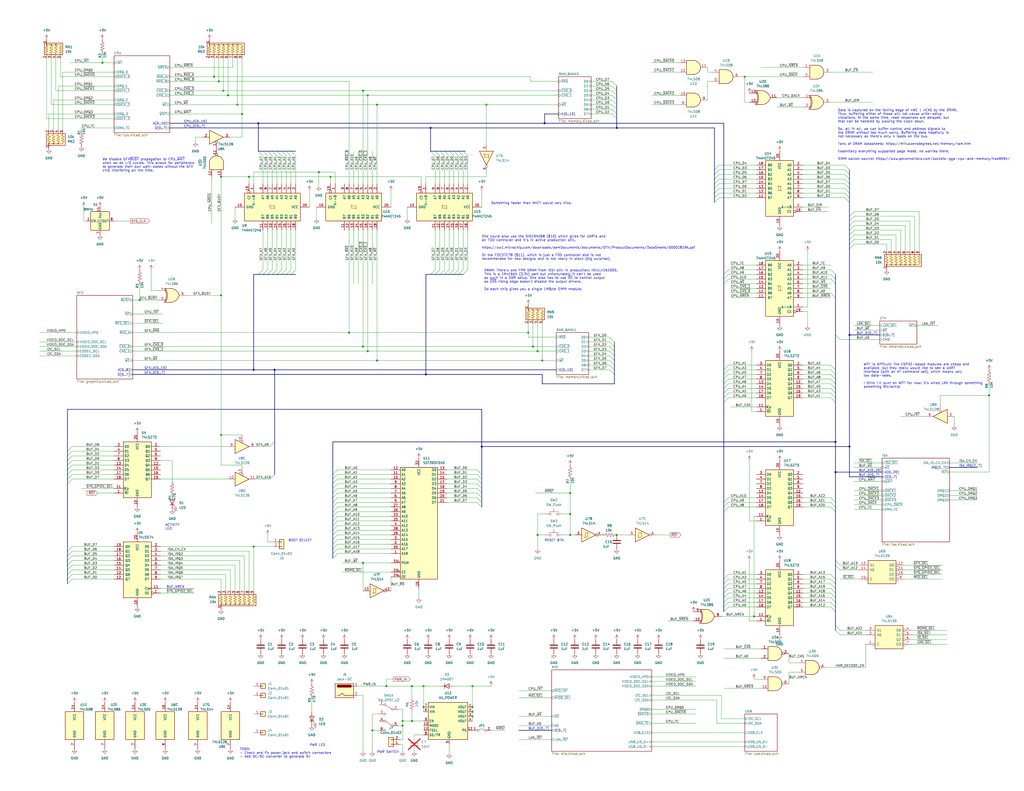
<source format=kicad_sch>
(kicad_sch (version 20230121) (generator eeschema)
  (paper "C")
  (title_block (title "Anachron"))
  (junction (at 311.15 280.67))
  (junction (at 231.14 386.08))
  (junction (at 203.2 398.78))
  (junction (at 290.83 189.23))
  (junction (at 293.37 292.1))
  (junction (at 190.5 181.61))
  (junction (at 257.81 391.16))
  (junction (at 140.97 67.31))
  (junction (at 76.2 163.83))
  (junction (at 455.93 257.81))
  (junction (at 200.66 52.07))
  (junction (at 231.14 374.65))
  (junction (at 198.12 49.53))
  (junction (at 135.89 96.52))
  (junction (at 219.71 393.7))
  (junction (at 138.43 201.93))
  (junction (at 257.81 388.62))
  (junction (at 116.84 41.91))
  (junction (at 262.89 243.84))
  (junction (at 224.79 393.7))
  (junction (at 198.12 189.23))
  (junction (at 200.66 191.77))
  (junction (at 265.43 57.15))
  (junction (at 311.15 292.1))
  (junction (at 55.88 34.29))
  (junction (at 210.82 374.65))
  (junction (at 129.54 57.15))
  (junction (at 180.34 96.52))
  (junction (at 205.74 57.15))
  (junction (at 311.15 269.24))
  (junction (at 120.65 96.52))
  (junction (at 132.08 62.23))
  (junction (at 297.18 67.31))
  (junction (at 224.79 374.65))
  (junction (at 463.55 182.88))
  (junction (at 257.81 374.65))
  (junction (at 234.95 69.85))
  (junction (at 173.99 93.98))
  (junction (at 149.86 201.93))
  (junction (at 463.55 243.84))
  (junction (at 121.92 49.53))
  (junction (at 124.46 52.07))
  (junction (at 293.37 191.77))
  (junction (at 120.65 161.29))
  (junction (at 455.93 241.3))
  (junction (at 336.55 69.85))
  (junction (at 232.41 204.47))
  (junction (at 288.29 181.61))
  (junction (at 336.55 292.1))
  (junction (at 295.91 196.85))
  (junction (at 219.71 396.24))
  (junction (at 138.43 298.45))
  (junction (at 119.38 44.45))
  (junction (at 257.81 386.08))
  (junction (at 120.65 237.49))
  (junction (at 539.75 215.9))
  (junction (at 411.48 336.55))
  (junction (at 205.74 196.85))
  (junction (at 406.4 41.91))
  (junction (at 198.12 307.34))
  (bus_entry (at 36.83 308.61) (size 2.54 -2.54))
  (bus_entry (at 260.35 261.62) (size 2.54 2.54))
  (bus_entry (at 36.83 313.69) (size 2.54 -2.54))
  (bus_entry (at 463.55 128.27) (size 2.54 -2.54))
  (bus_entry (at 36.83 311.15) (size 2.54 -2.54))
  (bus_entry (at 334.01 54.61) (size 2.54 2.54))
  (bus_entry (at 148.59 149.86) (size 2.54 -2.54))
  (bus_entry (at 455.93 154.94) (size -2.54 -2.54))
  (bus_entry (at 455.93 321.31) (size -2.54 -2.54))
  (bus_entry (at 36.83 248.92) (size 2.54 -2.54))
  (bus_entry (at 181.61 294.64) (size 2.54 -2.54))
  (bus_entry (at 394.97 323.85) (size 2.54 -2.54))
  (bus_entry (at 455.93 328.93) (size -2.54 -2.54))
  (bus_entry (at 455.93 152.4) (size -2.54 -2.54))
  (bus_entry (at 334.01 62.23) (size 2.54 2.54))
  (bus_entry (at 237.49 82.55) (size 2.54 2.54))
  (bus_entry (at 463.55 105.41) (size -2.54 -2.54))
  (bus_entry (at 389.89 102.87) (size 2.54 -2.54))
  (bus_entry (at 36.83 261.62) (size 2.54 -2.54))
  (bus_entry (at 181.61 276.86) (size 2.54 -2.54))
  (bus_entry (at 394.97 212.09) (size 2.54 -2.54))
  (bus_entry (at 181.61 266.7) (size 2.54 -2.54))
  (bus_entry (at 181.61 292.1) (size 2.54 -2.54))
  (bus_entry (at 36.83 256.54) (size 2.54 -2.54))
  (bus_entry (at 455.93 201.93) (size -2.54 -2.54))
  (bus_entry (at 240.03 149.86) (size 2.54 -2.54))
  (bus_entry (at 250.19 82.55) (size 2.54 2.54))
  (bus_entry (at 36.83 303.53) (size 2.54 -2.54))
  (bus_entry (at 181.61 271.78) (size 2.54 -2.54))
  (bus_entry (at 181.61 299.72) (size 2.54 -2.54))
  (bus_entry (at 247.65 149.86) (size 2.54 -2.54))
  (bus_entry (at 455.93 306.07) (size 2.54 2.54))
  (bus_entry (at 463.55 97.79) (size -2.54 -2.54))
  (bus_entry (at 334.01 49.53) (size 2.54 2.54))
  (bus_entry (at 36.83 316.23) (size 2.54 -2.54))
  (bus_entry (at 455.93 149.86) (size -2.54 -2.54))
  (bus_entry (at 455.93 217.17) (size -2.54 -2.54))
  (bus_entry (at 455.93 316.23) (size -2.54 -2.54))
  (bus_entry (at 148.59 82.55) (size 2.54 2.54))
  (bus_entry (at 455.93 162.56) (size -2.54 -2.54))
  (bus_entry (at 394.97 326.39) (size 2.54 -2.54))
  (bus_entry (at 455.93 334.01) (size -2.54 -2.54))
  (bus_entry (at 181.61 274.32) (size 2.54 -2.54))
  (bus_entry (at 463.55 102.87) (size -2.54 -2.54))
  (bus_entry (at 463.55 130.81) (size 2.54 -2.54))
  (bus_entry (at 463.55 107.95) (size -2.54 -2.54))
  (bus_entry (at 463.55 100.33) (size -2.54 -2.54))
  (bus_entry (at 455.93 204.47) (size -2.54 -2.54))
  (bus_entry (at 455.93 212.09) (size -2.54 -2.54))
  (bus_entry (at 36.83 318.77) (size 2.54 -2.54))
  (bus_entry (at 394.97 152.4) (size 2.54 -2.54))
  (bus_entry (at 463.55 110.49) (size -2.54 -2.54))
  (bus_entry (at 234.95 82.55) (size 2.54 2.54))
  (bus_entry (at 332.74 191.77) (size 2.54 2.54))
  (bus_entry (at 234.95 149.86) (size 2.54 -2.54))
  (bus_entry (at 394.97 209.55) (size 2.54 -2.54))
  (bus_entry (at 237.49 149.86) (size 2.54 -2.54))
  (bus_entry (at 455.93 219.71) (size -2.54 -2.54))
  (bus_entry (at 394.97 318.77) (size 2.54 -2.54))
  (bus_entry (at 455.93 323.85) (size -2.54 -2.54))
  (bus_entry (at 181.61 279.4) (size 2.54 -2.54))
  (bus_entry (at 334.01 52.07) (size 2.54 2.54))
  (bus_entry (at 389.89 92.71) (size 2.54 -2.54))
  (bus_entry (at 181.61 289.56) (size 2.54 -2.54))
  (bus_entry (at 36.83 259.08) (size 2.54 -2.54))
  (bus_entry (at 455.93 326.39) (size -2.54 -2.54))
  (bus_entry (at 156.21 149.86) (size 2.54 -2.54))
  (bus_entry (at 394.97 154.94) (size 2.54 -2.54))
  (bus_entry (at 181.61 269.24) (size 2.54 -2.54))
  (bus_entry (at 455.93 331.47) (size -2.54 -2.54))
  (bus_entry (at 332.74 199.39) (size 2.54 2.54))
  (bus_entry (at 181.61 297.18) (size 2.54 -2.54))
  (bus_entry (at 181.61 287.02) (size 2.54 -2.54))
  (bus_entry (at 245.11 82.55) (size 2.54 2.54))
  (bus_entry (at 181.61 259.08) (size 2.54 -2.54))
  (bus_entry (at 463.55 125.73) (size 2.54 -2.54))
  (bus_entry (at 389.89 105.41) (size 2.54 -2.54))
  (bus_entry (at 147.32 243.84) (size 2.54 -2.54))
  (bus_entry (at 389.89 110.49) (size 2.54 -2.54))
  (bus_entry (at 389.89 100.33) (size 2.54 -2.54))
  (bus_entry (at 181.61 284.48) (size 2.54 -2.54))
  (bus_entry (at 394.97 316.23) (size 2.54 -2.54))
  (bus_entry (at 260.35 266.7) (size 2.54 2.54))
  (bus_entry (at 260.35 271.78) (size 2.54 2.54))
  (bus_entry (at 389.89 97.79) (size 2.54 -2.54))
  (bus_entry (at 250.19 149.86) (size 2.54 -2.54))
  (bus_entry (at 334.01 57.15) (size 2.54 2.54))
  (bus_entry (at 156.21 82.55) (size 2.54 2.54))
  (bus_entry (at 260.35 274.32) (size 2.54 2.54))
  (bus_entry (at 394.97 219.71) (size 2.54 -2.54))
  (bus_entry (at 458.47 346.71) (size -2.54 -2.54))
  (bus_entry (at 153.67 82.55) (size 2.54 2.54))
  (bus_entry (at 455.93 274.32) (size -2.54 -2.54))
  (bus_entry (at 36.83 306.07) (size 2.54 -2.54))
  (bus_entry (at 394.97 334.01) (size 2.54 -2.54))
  (bus_entry (at 463.55 133.35) (size 2.54 -2.54))
  (bus_entry (at 332.74 201.93) (size 2.54 2.54))
  (bus_entry (at 242.57 82.55) (size 2.54 2.54))
  (bus_entry (at 143.51 82.55) (size 2.54 2.54))
  (bus_entry (at 332.74 184.15) (size 2.54 2.54))
  (bus_entry (at 140.97 82.55) (size 2.54 2.54))
  (bus_entry (at 455.93 214.63) (size -2.54 -2.54))
  (bus_entry (at 146.05 82.55) (size 2.54 2.54))
  (bus_entry (at 242.57 149.86) (size 2.54 -2.54))
  (bus_entry (at 463.55 120.65) (size 2.54 -2.54))
  (bus_entry (at 260.35 264.16) (size 2.54 2.54))
  (bus_entry (at 394.97 204.47) (size 2.54 -2.54))
  (bus_entry (at 147.32 261.62) (size 2.54 -2.54))
  (bus_entry (at 394.97 201.93) (size 2.54 -2.54))
  (bus_entry (at 389.89 107.95) (size 2.54 -2.54))
  (bus_entry (at 332.74 196.85) (size 2.54 2.54))
  (bus_entry (at 455.93 279.4) (size -2.54 -2.54))
  (bus_entry (at 153.67 149.86) (size 2.54 -2.54))
  (bus_entry (at 245.11 149.86) (size 2.54 -2.54))
  (bus_entry (at 394.97 274.32) (size 2.54 -2.54))
  (bus_entry (at 247.65 82.55) (size 2.54 2.54))
  (bus_entry (at 463.55 95.25) (size -2.54 -2.54))
  (bus_entry (at 252.73 149.86) (size 2.54 -2.54))
  (bus_entry (at 36.83 246.38) (size 2.54 -2.54))
  (bus_entry (at 463.55 92.71) (size -2.54 -2.54))
  (bus_entry (at 394.97 214.63) (size 2.54 -2.54))
  (bus_entry (at 146.05 149.86) (size 2.54 -2.54))
  (bus_entry (at 394.97 149.86) (size 2.54 -2.54))
  (bus_entry (at 455.93 209.55) (size -2.54 -2.54))
  (bus_entry (at 332.74 194.31) (size 2.54 2.54))
  (bus_entry (at 394.97 207.01) (size 2.54 -2.54))
  (bus_entry (at 394.97 331.47) (size 2.54 -2.54))
  (bus_entry (at 334.01 44.45) (size 2.54 2.54))
  (bus_entry (at 158.75 149.86) (size 2.54 -2.54))
  (bus_entry (at 394.97 217.17) (size 2.54 -2.54))
  (bus_entry (at 332.74 186.69) (size 2.54 2.54))
  (bus_entry (at 143.51 149.86) (size 2.54 -2.54))
  (bus_entry (at 36.83 254) (size 2.54 -2.54))
  (bus_entry (at 458.47 344.17) (size -2.54 -2.54))
  (bus_entry (at 181.61 281.94) (size 2.54 -2.54))
  (bus_entry (at 394.97 321.31) (size 2.54 -2.54))
  (bus_entry (at 463.55 135.89) (size 2.54 -2.54))
  (bus_entry (at 455.93 182.88) (size 2.54 2.54))
  (bus_entry (at 36.83 251.46) (size 2.54 -2.54))
  (bus_entry (at 455.93 207.01) (size -2.54 -2.54))
  (bus_entry (at 158.75 82.55) (size 2.54 2.54))
  (bus_entry (at 260.35 269.24) (size 2.54 2.54))
  (bus_entry (at 240.03 82.55) (size 2.54 2.54))
  (bus_entry (at 394.97 276.86) (size 2.54 -2.54))
  (bus_entry (at 36.83 300.99) (size 2.54 -2.54))
  (bus_entry (at 334.01 46.99) (size 2.54 2.54))
  (bus_entry (at 394.97 279.4) (size 2.54 -2.54))
  (bus_entry (at 260.35 256.54) (size 2.54 2.54))
  (bus_entry (at 181.61 261.62) (size 2.54 -2.54))
  (bus_entry (at 463.55 118.11) (size 2.54 -2.54))
  (bus_entry (at 151.13 82.55) (size 2.54 2.54))
  (bus_entry (at 455.93 276.86) (size -2.54 -2.54))
  (bus_entry (at 181.61 304.8) (size 2.54 -2.54))
  (bus_entry (at 389.89 95.25) (size 2.54 -2.54))
  (bus_entry (at 332.74 189.23) (size 2.54 2.54))
  (bus_entry (at 36.83 264.16) (size 2.54 -2.54))
  (bus_entry (at 181.61 302.26) (size 2.54 -2.54))
  (bus_entry (at 140.97 149.86) (size 2.54 -2.54))
  (bus_entry (at 260.35 259.08) (size 2.54 2.54))
  (bus_entry (at 252.73 82.55) (size 2.54 2.54))
  (bus_entry (at 463.55 123.19) (size 2.54 -2.54))
  (bus_entry (at 455.93 308.61) (size 2.54 2.54))
  (bus_entry (at 455.93 318.77) (size -2.54 -2.54))
  (bus_entry (at 394.97 328.93) (size 2.54 -2.54))
  (bus_entry (at 151.13 149.86) (size 2.54 -2.54))
  (bus_entry (at 334.01 59.69) (size 2.54 2.54))
  (bus_entry (at 181.61 264.16) (size 2.54 -2.54))
  (wire (pts (xy 397.51 271.78) (xy 412.75 271.78)))
  (wire (pts (xy 518.16 252.73) (xy 533.4 252.73)))
  (wire (pts (xy 501.65 137.16) (xy 501.65 115.57)))
  (bus (pts (xy 455.93 334.01) (xy 455.93 341.63)))
  (wire (pts (xy 250.19 85.09) (xy 250.19 100.33)))
  (wire (pts (xy 397.51 328.93) (xy 412.75 328.93)))
  (wire (pts (xy 38.1 34.29) (xy 55.88 34.29)))
  (bus (pts (xy 394.97 316.23) (xy 394.97 318.77)))
  (wire (pts (xy 499.11 137.16) (xy 499.11 118.11)))
  (wire (pts (xy 497.84 351.79) (xy 516.89 351.79)))
  (bus (pts (xy 394.97 321.31) (xy 394.97 323.85)))
  (bus (pts (xy 336.55 64.77) (xy 336.55 69.85)))
  (wire (pts (xy 39.37 259.08) (xy 62.23 259.08)))
  (wire (pts (xy 392.43 97.79) (xy 412.75 97.79)))
  (wire (pts (xy 231.14 386.08) (xy 231.14 374.65)))
  (wire (pts (xy 293.37 280.67) (xy 293.37 292.1)))
  (wire (pts (xy 321.31 184.15) (xy 332.74 184.15)))
  (wire (pts (xy 200.66 125.73) (xy 200.66 191.77)))
  (wire (pts (xy 219.71 393.7) (xy 219.71 396.24)))
  (bus (pts (xy 394.97 274.32) (xy 394.97 276.86)))
  (bus (pts (xy 463.55 260.35) (xy 463.55 243.84)))
  (bus (pts (xy 143.51 82.55) (xy 140.97 82.55)))
  (wire (pts (xy 355.6 382.27) (xy 391.16 382.27)))
  (bus (pts (xy 140.97 149.86) (xy 138.43 149.86)))
  (bus (pts (xy 455.93 274.32) (xy 455.93 276.86)))
  (wire (pts (xy 132.08 74.93) (xy 132.08 62.23)))
  (wire (pts (xy 386.08 39.37) (xy 386.08 36.83)))
  (wire (pts (xy 392.43 105.41) (xy 412.75 105.41)))
  (wire (pts (xy 120.65 237.49) (xy 120.65 254)))
  (wire (pts (xy 397.51 201.93) (xy 412.75 201.93)))
  (wire (pts (xy 393.7 336.55) (xy 411.48 336.55)))
  (bus (pts (xy 455.93 219.71) (xy 455.93 241.3)))
  (wire (pts (xy 193.04 125.73) (xy 193.04 154.94)))
  (wire (pts (xy 265.43 93.98) (xy 265.43 96.52)))
  (wire (pts (xy 412.75 339.09) (xy 408.94 339.09)))
  (bus (pts (xy 295.91 209.55) (xy 335.28 209.55)))
  (bus (pts (xy 335.28 191.77) (xy 335.28 194.31)))
  (wire (pts (xy 26.67 62.23) (xy 62.23 62.23)))
  (wire (pts (xy 267.97 398.78) (xy 275.59 398.78)))
  (wire (pts (xy 355.6 369.57) (xy 379.73 369.57)))
  (wire (pts (xy 520.7 227.33) (xy 520.7 232.41)))
  (wire (pts (xy 322.58 59.69) (xy 334.01 59.69)))
  (bus (pts (xy 455.93 162.56) (xy 455.93 182.88)))
  (wire (pts (xy 494.03 313.69) (xy 514.35 313.69)))
  (bus (pts (xy 245.11 82.55) (xy 242.57 82.55)))
  (bus (pts (xy 389.89 92.71) (xy 389.89 95.25)))
  (wire (pts (xy 232.41 100.33) (xy 232.41 96.52)))
  (wire (pts (xy 21.59 181.61) (xy 41.91 181.61)))
  (wire (pts (xy 151.13 85.09) (xy 151.13 100.33)))
  (wire (pts (xy 39.37 246.38) (xy 62.23 246.38)))
  (bus (pts (xy 297.18 62.23) (xy 297.18 67.31)))
  (wire (pts (xy 453.39 199.39) (xy 438.15 199.39)))
  (wire (pts (xy 198.12 125.73) (xy 198.12 189.23)))
  (bus (pts (xy 181.61 281.94) (xy 181.61 284.48)))
  (bus (pts (xy 394.97 323.85) (xy 394.97 326.39)))
  (wire (pts (xy 293.37 176.53) (xy 293.37 191.77)))
  (wire (pts (xy 138.43 322.58) (xy 138.43 298.45)))
  (wire (pts (xy 168.91 104.14) (xy 168.91 113.03)))
  (bus (pts (xy 140.97 67.31) (xy 140.97 82.55)))
  (bus (pts (xy 455.93 323.85) (xy 455.93 326.39)))
  (wire (pts (xy 180.34 96.52) (xy 135.89 96.52)))
  (wire (pts (xy 21.59 186.69) (xy 41.91 186.69)))
  (wire (pts (xy 438.15 162.56) (xy 453.39 162.56)))
  (wire (pts (xy 55.88 29.21) (xy 55.88 34.29)))
  (wire (pts (xy 184.15 264.16) (xy 213.36 264.16)))
  (bus (pts (xy 148.59 149.86) (xy 146.05 149.86)))
  (bus (pts (xy 262.89 223.52) (xy 36.83 223.52)))
  (wire (pts (xy 87.63 261.62) (xy 124.46 261.62)))
  (wire (pts (xy 44.45 69.85) (xy 62.23 69.85)))
  (wire (pts (xy 289.56 41.91) (xy 289.56 44.45)))
  (bus (pts (xy 262.89 271.78) (xy 262.89 274.32)))
  (wire (pts (xy 158.75 125.73) (xy 158.75 147.32)))
  (wire (pts (xy 453.39 204.47) (xy 438.15 204.47)))
  (wire (pts (xy 101.6 161.29) (xy 120.65 161.29)))
  (wire (pts (xy 243.84 266.7) (xy 260.35 266.7)))
  (wire (pts (xy 120.65 96.52) (xy 120.65 161.29)))
  (wire (pts (xy 453.39 274.32) (xy 438.15 274.32)))
  (wire (pts (xy 393.7 379.73) (xy 393.7 392.43)))
  (wire (pts (xy 21.59 194.31) (xy 41.91 194.31)))
  (bus (pts (xy 463.55 118.11) (xy 463.55 120.65)))
  (wire (pts (xy 213.36 104.14) (xy 213.36 113.03)))
  (bus (pts (xy 237.49 149.86) (xy 234.95 149.86)))
  (wire (pts (xy 39.37 261.62) (xy 62.23 261.62)))
  (wire (pts (xy 121.92 49.53) (xy 198.12 49.53)))
  (bus (pts (xy 455.93 212.09) (xy 455.93 214.63)))
  (wire (pts (xy 321.31 189.23) (xy 332.74 189.23)))
  (bus (pts (xy 463.55 128.27) (xy 463.55 130.81)))
  (wire (pts (xy 453.39 328.93) (xy 438.15 328.93)))
  (bus (pts (xy 262.89 274.32) (xy 262.89 276.86)))
  (wire (pts (xy 453.39 157.48) (xy 438.15 157.48)))
  (bus (pts (xy 463.55 130.81) (xy 463.55 133.35)))
  (wire (pts (xy 203.2 82.55) (xy 203.2 100.33)))
  (wire (pts (xy 184.15 259.08) (xy 213.36 259.08)))
  (bus (pts (xy 455.93 276.86) (xy 455.93 279.4)))
  (bus (pts (xy 36.83 248.92) (xy 36.83 251.46)))
  (wire (pts (xy 321.31 196.85) (xy 332.74 196.85)))
  (wire (pts (xy 311.15 269.24) (xy 311.15 280.67)))
  (bus (pts (xy 250.19 82.55) (xy 247.65 82.55)))
  (wire (pts (xy 21.59 191.77) (xy 41.91 191.77)))
  (wire (pts (xy 461.01 105.41) (xy 438.15 105.41)))
  (bus (pts (xy 151.13 149.86) (xy 148.59 149.86)))
  (wire (pts (xy 321.31 186.69) (xy 332.74 186.69)))
  (wire (pts (xy 121.92 31.75) (xy 121.92 49.53)))
  (bus (pts (xy 463.55 182.88) (xy 480.06 182.88)))
  (wire (pts (xy 288.29 184.15) (xy 288.29 181.61)))
  (wire (pts (xy 242.57 125.73) (xy 242.57 147.32)))
  (wire (pts (xy 398.78 154.94) (xy 412.75 154.94)))
  (bus (pts (xy 149.86 241.3) (xy 149.86 259.08)))
  (bus (pts (xy 455.93 201.93) (xy 455.93 204.47)))
  (wire (pts (xy 297.18 280.67) (xy 293.37 280.67)))
  (wire (pts (xy 184.15 276.86) (xy 213.36 276.86)))
  (wire (pts (xy 198.12 49.53) (xy 198.12 100.33)))
  (wire (pts (xy 226.06 402.59) (xy 226.06 401.32)))
  (wire (pts (xy 453.39 271.78) (xy 438.15 271.78)))
  (wire (pts (xy 205.74 196.85) (xy 295.91 196.85)))
  (bus (pts (xy 455.93 326.39) (xy 455.93 328.93)))
  (bus (pts (xy 283.21 398.78) (xy 300.99 398.78)))
  (wire (pts (xy 322.58 52.07) (xy 334.01 52.07)))
  (wire (pts (xy 193.04 82.55) (xy 193.04 100.33)))
  (wire (pts (xy 461.01 95.25) (xy 438.15 95.25)))
  (bus (pts (xy 181.61 264.16) (xy 181.61 266.7)))
  (wire (pts (xy 466.09 267.97) (xy 481.33 267.97)))
  (bus (pts (xy 455.93 207.01) (xy 455.93 209.55)))
  (wire (pts (xy 397.51 331.47) (xy 412.75 331.47)))
  (wire (pts (xy 257.81 391.16) (xy 257.81 393.7)))
  (wire (pts (xy 322.58 46.99) (xy 334.01 46.99)))
  (wire (pts (xy 466.09 177.8) (xy 480.06 177.8)))
  (wire (pts (xy 130.81 306.07) (xy 130.81 322.58)))
  (wire (pts (xy 355.6 374.65) (xy 379.73 374.65)))
  (bus (pts (xy 463.55 97.79) (xy 463.55 100.33)))
  (wire (pts (xy 398.78 162.56) (xy 412.75 162.56)))
  (bus (pts (xy 232.41 204.47) (xy 295.91 204.47)))
  (wire (pts (xy 453.39 55.88) (xy 476.25 55.88)))
  (bus (pts (xy 181.61 302.26) (xy 181.61 304.8)))
  (wire (pts (xy 92.71 57.15) (xy 129.54 57.15)))
  (wire (pts (xy 198.12 189.23) (xy 290.83 189.23)))
  (wire (pts (xy 355.6 379.73) (xy 393.7 379.73)))
  (wire (pts (xy 355.6 57.15) (xy 370.84 57.15)))
  (bus (pts (xy 455.93 152.4) (xy 455.93 154.94)))
  (bus (pts (xy 394.97 217.17) (xy 394.97 219.71)))
  (wire (pts (xy 453.39 326.39) (xy 438.15 326.39)))
  (bus (pts (xy 336.55 46.99) (xy 336.55 49.53)))
  (wire (pts (xy 205.74 57.15) (xy 205.74 100.33)))
  (wire (pts (xy 186.69 312.42) (xy 213.36 312.42)))
  (wire (pts (xy 231.14 388.62) (xy 231.14 386.08)))
  (wire (pts (xy 288.29 176.53) (xy 288.29 181.61)))
  (wire (pts (xy 205.74 125.73) (xy 205.74 196.85)))
  (wire (pts (xy 466.09 273.05) (xy 481.33 273.05)))
  (wire (pts (xy 391.16 382.27) (xy 391.16 394.97)))
  (wire (pts (xy 121.92 49.53) (xy 92.71 49.53)))
  (bus (pts (xy 336.55 59.69) (xy 336.55 62.23)))
  (bus (pts (xy 394.97 67.31) (xy 394.97 149.86)))
  (bus (pts (xy 394.97 326.39) (xy 394.97 328.93)))
  (wire (pts (xy 120.65 96.52) (xy 135.89 96.52)))
  (wire (pts (xy 408.94 251.46) (xy 408.94 284.48)))
  (wire (pts (xy 438.15 113.03) (xy 452.12 113.03)))
  (wire (pts (xy 106.68 74.93) (xy 106.68 77.47)))
  (bus (pts (xy 336.55 69.85) (xy 389.89 69.85)))
  (wire (pts (xy 397.51 207.01) (xy 412.75 207.01)))
  (wire (pts (xy 39.37 298.45) (xy 62.23 298.45)))
  (wire (pts (xy 226.06 401.32) (xy 231.14 401.32)))
  (bus (pts (xy 389.89 107.95) (xy 389.89 110.49)))
  (wire (pts (xy 243.84 256.54) (xy 260.35 256.54)))
  (bus (pts (xy 232.41 149.86) (xy 232.41 204.47)))
  (wire (pts (xy 453.39 323.85) (xy 438.15 323.85)))
  (bus (pts (xy 455.93 204.47) (xy 455.93 207.01)))
  (wire (pts (xy 406.4 55.88) (xy 406.4 41.91)))
  (wire (pts (xy 410.21 191.77) (xy 410.21 224.79)))
  (bus (pts (xy 463.55 110.49) (xy 463.55 118.11)))
  (wire (pts (xy 229.87 100.33) (xy 229.87 96.52)))
  (wire (pts (xy 494.03 308.61) (xy 514.35 308.61)))
  (wire (pts (xy 123.19 313.69) (xy 123.19 322.58)))
  (wire (pts (xy 397.51 321.31) (xy 412.75 321.31)))
  (wire (pts (xy 458.47 344.17) (xy 472.44 344.17)))
  (wire (pts (xy 466.09 130.81) (xy 486.41 130.81)))
  (wire (pts (xy 466.09 118.11) (xy 499.11 118.11)))
  (wire (pts (xy 424.18 53.34) (xy 438.15 53.34)))
  (wire (pts (xy 461.01 100.33) (xy 438.15 100.33)))
  (wire (pts (xy 293.37 292.1) (xy 293.37 299.72)))
  (bus (pts (xy 181.61 241.3) (xy 455.93 241.3)))
  (wire (pts (xy 311.15 292.1) (xy 313.69 292.1)))
  (wire (pts (xy 210.82 374.65) (xy 224.79 374.65)))
  (wire (pts (xy 466.09 123.19) (xy 494.03 123.19)))
  (wire (pts (xy 139.7 261.62) (xy 147.32 261.62)))
  (wire (pts (xy 146.05 295.91) (xy 146.05 292.1)))
  (wire (pts (xy 438.15 149.86) (xy 453.39 149.86)))
  (wire (pts (xy 461.01 92.71) (xy 438.15 92.71)))
  (wire (pts (xy 450.85 364.49) (xy 472.44 364.49)))
  (wire (pts (xy 87.63 311.15) (xy 125.73 311.15)))
  (wire (pts (xy 139.7 243.84) (xy 147.32 243.84)))
  (wire (pts (xy 39.37 248.92) (xy 62.23 248.92)))
  (wire (pts (xy 355.6 400.05) (xy 406.4 400.05)))
  (wire (pts (xy 245.11 85.09) (xy 245.11 100.33)))
  (wire (pts (xy 247.65 85.09) (xy 247.65 100.33)))
  (wire (pts (xy 497.84 349.25) (xy 516.89 349.25)))
  (wire (pts (xy 397.51 313.69) (xy 412.75 313.69)))
  (bus (pts (xy 181.61 274.32) (xy 181.61 276.86)))
  (wire (pts (xy 412.75 224.79) (xy 410.21 224.79)))
  (bus (pts (xy 455.93 209.55) (xy 455.93 212.09)))
  (bus (pts (xy 250.19 149.86) (xy 247.65 149.86)))
  (bus (pts (xy 262.89 261.62) (xy 262.89 264.16)))
  (bus (pts (xy 463.55 123.19) (xy 463.55 125.73)))
  (bus (pts (xy 36.83 256.54) (xy 36.83 259.08)))
  (wire (pts (xy 184.15 292.1) (xy 213.36 292.1)))
  (wire (pts (xy 72.39 176.53) (xy 88.9 176.53)))
  (wire (pts (xy 146.05 125.73) (xy 146.05 147.32)))
  (bus (pts (xy 181.61 241.3) (xy 181.61 259.08)))
  (wire (pts (xy 184.15 294.64) (xy 213.36 294.64)))
  (wire (pts (xy 355.6 387.35) (xy 379.73 387.35)))
  (wire (pts (xy 33.02 41.91) (xy 33.02 31.75)))
  (wire (pts (xy 397.51 217.17) (xy 412.75 217.17)))
  (bus (pts (xy 262.89 243.84) (xy 262.89 223.52)))
  (wire (pts (xy 39.37 256.54) (xy 62.23 256.54)))
  (wire (pts (xy 466.09 120.65) (xy 496.57 120.65)))
  (wire (pts (xy 518.16 257.81) (xy 539.75 257.81)))
  (wire (pts (xy 243.84 274.32) (xy 260.35 274.32)))
  (wire (pts (xy 438.15 170.18) (xy 440.69 170.18)))
  (wire (pts (xy 394.97 354.33) (xy 415.29 354.33)))
  (bus (pts (xy 389.89 105.41) (xy 389.89 107.95)))
  (wire (pts (xy 198.12 49.53) (xy 304.8 49.53)))
  (bus (pts (xy 158.75 149.86) (xy 161.29 149.86)))
  (wire (pts (xy 472.44 351.79) (xy 472.44 364.49)))
  (wire (pts (xy 243.84 271.78) (xy 260.35 271.78)))
  (wire (pts (xy 397.51 204.47) (xy 412.75 204.47)))
  (wire (pts (xy 397.51 326.39) (xy 412.75 326.39)))
  (bus (pts (xy 181.61 297.18) (xy 181.61 299.72)))
  (bus (pts (xy 335.28 194.31) (xy 335.28 196.85)))
  (wire (pts (xy 322.58 57.15) (xy 334.01 57.15)))
  (wire (pts (xy 184.15 269.24) (xy 213.36 269.24)))
  (wire (pts (xy 388.62 39.37) (xy 386.08 39.37)))
  (wire (pts (xy 461.01 90.17) (xy 438.15 90.17)))
  (wire (pts (xy 440.69 170.18) (xy 440.69 177.8)))
  (wire (pts (xy 127 31.75) (xy 127 36.83)))
  (wire (pts (xy 292.1 269.24) (xy 311.15 269.24)))
  (wire (pts (xy 453.39 316.23) (xy 438.15 316.23)))
  (wire (pts (xy 198.12 307.34) (xy 213.36 307.34)))
  (bus (pts (xy 455.93 154.94) (xy 455.93 162.56)))
  (wire (pts (xy 397.51 147.32) (xy 412.75 147.32)))
  (wire (pts (xy 466.09 275.59) (xy 481.33 275.59)))
  (wire (pts (xy 31.75 46.99) (xy 31.75 71.12)))
  (bus (pts (xy 389.89 69.85) (xy 389.89 92.71)))
  (bus (pts (xy 158.75 149.86) (xy 156.21 149.86)))
  (wire (pts (xy 231.14 374.65) (xy 240.03 374.65)))
  (bus (pts (xy 295.91 209.55) (xy 295.91 204.47)))
  (wire (pts (xy 488.95 128.27) (xy 488.95 137.16)))
  (bus (pts (xy 151.13 82.55) (xy 148.59 82.55)))
  (bus (pts (xy 389.89 100.33) (xy 389.89 102.87)))
  (bus (pts (xy 394.97 154.94) (xy 394.97 201.93)))
  (wire (pts (xy 39.37 243.84) (xy 62.23 243.84)))
  (bus (pts (xy 463.55 95.25) (xy 463.55 97.79)))
  (bus (pts (xy 36.83 251.46) (xy 36.83 254)))
  (wire (pts (xy 466.09 180.34) (xy 480.06 180.34)))
  (wire (pts (xy 257.81 374.65) (xy 267.97 374.65)))
  (wire (pts (xy 184.15 266.7) (xy 213.36 266.7)))
  (bus (pts (xy 336.55 49.53) (xy 336.55 52.07)))
  (bus (pts (xy 394.97 152.4) (xy 394.97 154.94)))
  (wire (pts (xy 393.7 392.43) (xy 406.4 392.43)))
  (wire (pts (xy 125.73 74.93) (xy 132.08 74.93)))
  (bus (pts (xy 455.93 341.63) (xy 455.93 344.17)))
  (wire (pts (xy 237.49 125.73) (xy 237.49 147.32)))
  (wire (pts (xy 173.99 93.98) (xy 173.99 101.6)))
  (wire (pts (xy 148.59 85.09) (xy 148.59 100.33)))
  (bus (pts (xy 455.93 182.88) (xy 455.93 201.93)))
  (bus (pts (xy 335.28 204.47) (xy 335.28 209.55)))
  (wire (pts (xy 120.65 161.29) (xy 120.65 237.49)))
  (bus (pts (xy 36.83 308.61) (xy 36.83 311.15)))
  (wire (pts (xy 184.15 256.54) (xy 213.36 256.54)))
  (bus (pts (xy 149.86 201.93) (xy 303.53 201.93)))
  (bus (pts (xy 181.61 289.56) (xy 181.61 292.1)))
  (bus (pts (xy 463.55 107.95) (xy 463.55 110.49)))
  (bus (pts (xy 304.8 62.23) (xy 297.18 62.23)))
  (wire (pts (xy 203.2 125.73) (xy 203.2 154.94)))
  (wire (pts (xy 458.47 185.42) (xy 480.06 185.42)))
  (wire (pts (xy 184.15 279.4) (xy 213.36 279.4)))
  (wire (pts (xy 307.34 280.67) (xy 311.15 280.67)))
  (wire (pts (xy 39.37 254) (xy 62.23 254)))
  (wire (pts (xy 243.84 259.08) (xy 260.35 259.08)))
  (bus (pts (xy 181.61 279.4) (xy 181.61 281.94)))
  (wire (pts (xy 398.78 157.48) (xy 412.75 157.48)))
  (wire (pts (xy 435.61 361.95) (xy 430.53 361.95)))
  (wire (pts (xy 30.48 31.75) (xy 30.48 49.53)))
  (bus (pts (xy 336.55 62.23) (xy 336.55 64.77)))
  (bus (pts (xy 394.97 214.63) (xy 394.97 217.17)))
  (wire (pts (xy 124.46 52.07) (xy 200.66 52.07)))
  (wire (pts (xy 29.21 71.12) (xy 29.21 54.61)))
  (bus (pts (xy 455.93 331.47) (xy 455.93 334.01)))
  (wire (pts (xy 518.16 270.51) (xy 533.4 270.51)))
  (wire (pts (xy 255.27 85.09) (xy 255.27 100.33)))
  (wire (pts (xy 87.63 251.46) (xy 93.98 251.46)))
  (bus (pts (xy 394.97 207.01) (xy 394.97 209.55)))
  (wire (pts (xy 173.99 93.98) (xy 182.88 93.98)))
  (bus (pts (xy 262.89 243.84) (xy 262.89 259.08)))
  (wire (pts (xy 195.58 374.65) (xy 210.82 374.65)))
  (bus (pts (xy 181.61 269.24) (xy 181.61 271.78)))
  (bus (pts (xy 36.83 259.08) (xy 36.83 261.62)))
  (wire (pts (xy 156.21 125.73) (xy 156.21 147.32)))
  (wire (pts (xy 293.37 292.1) (xy 297.18 292.1)))
  (wire (pts (xy 87.63 313.69) (xy 123.19 313.69)))
  (wire (pts (xy 497.84 346.71) (xy 516.89 346.71)))
  (bus (pts (xy 481.33 260.35) (xy 463.55 260.35)))
  (wire (pts (xy 44.45 266.7) (xy 62.23 266.7)))
  (wire (pts (xy 129.54 57.15) (xy 205.74 57.15)))
  (bus (pts (xy 394.97 318.77) (xy 394.97 321.31)))
  (wire (pts (xy 198.12 322.58) (xy 198.12 307.34)))
  (wire (pts (xy 200.66 52.07) (xy 200.66 100.33)))
  (bus (pts (xy 245.11 149.86) (xy 242.57 149.86)))
  (wire (pts (xy 243.84 261.62) (xy 260.35 261.62)))
  (wire (pts (xy 203.2 398.78) (xy 207.01 398.78)))
  (wire (pts (xy 453.39 160.02) (xy 438.15 160.02)))
  (wire (pts (xy 483.87 133.35) (xy 483.87 137.16)))
  (wire (pts (xy 128.27 113.03) (xy 128.27 119.38)))
  (bus (pts (xy 234.95 82.55) (xy 234.95 69.85)))
  (bus (pts (xy 455.93 257.81) (xy 481.33 257.81)))
  (bus (pts (xy 262.89 264.16) (xy 262.89 266.7)))
  (bus (pts (xy 36.83 223.52) (xy 36.83 246.38)))
  (wire (pts (xy 186.69 307.34) (xy 198.12 307.34)))
  (bus (pts (xy 463.55 105.41) (xy 463.55 107.95)))
  (wire (pts (xy 245.11 411.48) (xy 245.11 406.4)))
  (wire (pts (xy 156.21 85.09) (xy 156.21 100.33)))
  (bus (pts (xy 455.93 308.61) (xy 455.93 316.23)))
  (wire (pts (xy 29.21 54.61) (xy 62.23 54.61)))
  (bus (pts (xy 92.71 67.31) (xy 140.97 67.31)))
  (wire (pts (xy 184.15 299.72) (xy 213.36 299.72)))
  (wire (pts (xy 72.39 196.85) (xy 205.74 196.85)))
  (wire (pts (xy 39.37 303.53) (xy 62.23 303.53)))
  (wire (pts (xy 386.08 44.45) (xy 388.62 44.45)))
  (wire (pts (xy 321.31 194.31) (xy 332.74 194.31)))
  (wire (pts (xy 27.94 57.15) (xy 62.23 57.15)))
  (bus (pts (xy 36.83 303.53) (xy 36.83 306.07)))
  (wire (pts (xy 87.63 300.99) (xy 135.89 300.99)))
  (wire (pts (xy 397.51 149.86) (xy 412.75 149.86)))
  (wire (pts (xy 143.51 125.73) (xy 143.51 147.32)))
  (wire (pts (xy 252.73 85.09) (xy 252.73 100.33)))
  (wire (pts (xy 219.71 393.7) (xy 224.79 393.7)))
  (wire (pts (xy 190.5 44.45) (xy 190.5 100.33)))
  (bus (pts (xy 463.55 92.71) (xy 463.55 95.25)))
  (bus (pts (xy 262.89 259.08) (xy 262.89 261.62)))
  (wire (pts (xy 458.47 308.61) (xy 468.63 308.61)))
  (wire (pts (xy 466.09 278.13) (xy 481.33 278.13)))
  (wire (pts (xy 172.72 113.03) (xy 172.72 119.38)))
  (wire (pts (xy 229.87 96.52) (xy 180.34 96.52)))
  (wire (pts (xy 184.15 289.56) (xy 213.36 289.56)))
  (wire (pts (xy 358.14 292.1) (xy 365.76 292.1)))
  (wire (pts (xy 203.2 398.78) (xy 203.2 410.21)))
  (bus (pts (xy 463.55 125.73) (xy 463.55 128.27)))
  (wire (pts (xy 481.33 262.89) (xy 466.09 262.89)))
  (wire (pts (xy 242.57 85.09) (xy 242.57 100.33)))
  (wire (pts (xy 453.39 207.01) (xy 438.15 207.01)))
  (bus (pts (xy 234.95 149.86) (xy 232.41 149.86)))
  (wire (pts (xy 438.15 147.32) (xy 453.39 147.32)))
  (wire (pts (xy 76.2 163.83) (xy 76.2 154.94)))
  (wire (pts (xy 398.78 160.02) (xy 412.75 160.02)))
  (bus (pts (xy 455.93 257.81) (xy 455.93 274.32)))
  (bus (pts (xy 146.05 82.55) (xy 143.51 82.55)))
  (bus (pts (xy 181.61 259.08) (xy 181.61 261.62)))
  (bus (pts (xy 36.83 261.62) (xy 36.83 264.16)))
  (wire (pts (xy 190.5 125.73) (xy 190.5 181.61)))
  (wire (pts (xy 184.15 274.32) (xy 213.36 274.32)))
  (wire (pts (xy 39.37 311.15) (xy 62.23 311.15)))
  (wire (pts (xy 62.23 120.65) (xy 71.12 120.65)))
  (wire (pts (xy 394.97 375.92) (xy 415.29 375.92)))
  (bus (pts (xy 463.55 100.33) (xy 463.55 102.87)))
  (wire (pts (xy 336.55 292.1) (xy 342.9 292.1)))
  (wire (pts (xy 27.94 31.75) (xy 27.94 57.15)))
  (wire (pts (xy 265.43 57.15) (xy 265.43 78.74)))
  (wire (pts (xy 146.05 85.09) (xy 146.05 100.33)))
  (wire (pts (xy 486.41 130.81) (xy 486.41 137.16)))
  (wire (pts (xy 120.65 237.49) (xy 132.08 237.49)))
  (wire (pts (xy 228.6 326.39) (xy 228.6 321.31)))
  (wire (pts (xy 224.79 381) (xy 224.79 374.65)))
  (wire (pts (xy 217.17 387.35) (xy 219.71 387.35)))
  (wire (pts (xy 170.18 381) (xy 170.18 388.62)))
  (bus (pts (xy 389.89 97.79) (xy 389.89 100.33)))
  (wire (pts (xy 355.6 39.37) (xy 370.84 39.37)))
  (wire (pts (xy 39.37 306.07) (xy 62.23 306.07)))
  (bus (pts (xy 463.55 133.35) (xy 463.55 135.89)))
  (wire (pts (xy 224.79 393.7) (xy 231.14 393.7)))
  (wire (pts (xy 87.63 306.07) (xy 130.81 306.07)))
  (bus (pts (xy 463.55 102.87) (xy 463.55 105.41)))
  (wire (pts (xy 148.59 125.73) (xy 148.59 147.32)))
  (wire (pts (xy 518.16 273.05) (xy 533.4 273.05)))
  (bus (pts (xy 72.39 201.93) (xy 138.43 201.93)))
  (wire (pts (xy 31.75 46.99) (xy 62.23 46.99)))
  (wire (pts (xy 115.57 121.92) (xy 115.57 96.52)))
  (wire (pts (xy 72.39 171.45) (xy 88.9 171.45)))
  (bus (pts (xy 36.83 311.15) (xy 36.83 313.69)))
  (wire (pts (xy 82.55 158.75) (xy 82.55 147.32)))
  (wire (pts (xy 224.79 374.65) (xy 231.14 374.65)))
  (wire (pts (xy 288.29 184.15) (xy 303.53 184.15)))
  (bus (pts (xy 455.93 279.4) (xy 455.93 306.07)))
  (bus (pts (xy 247.65 82.55) (xy 245.11 82.55)))
  (wire (pts (xy 76.2 163.83) (xy 86.36 163.83)))
  (bus (pts (xy 394.97 201.93) (xy 394.97 204.47)))
  (wire (pts (xy 500.38 177.8) (xy 511.81 177.8)))
  (bus (pts (xy 234.95 69.85) (xy 336.55 69.85)))
  (wire (pts (xy 119.38 44.45) (xy 92.71 44.45)))
  (wire (pts (xy 125.73 311.15) (xy 125.73 322.58)))
  (wire (pts (xy 355.6 394.97) (xy 379.73 394.97)))
  (wire (pts (xy 283.21 381) (xy 300.99 381)))
  (wire (pts (xy 397.51 274.32) (xy 412.75 274.32)))
  (wire (pts (xy 39.37 308.61) (xy 62.23 308.61)))
  (bus (pts (xy 394.97 149.86) (xy 394.97 152.4)))
  (wire (pts (xy 219.71 387.35) (xy 219.71 393.7)))
  (bus (pts (xy 254 82.55) (xy 252.73 82.55)))
  (wire (pts (xy 34.29 39.37) (xy 34.29 71.12)))
  (wire (pts (xy 311.15 261.62) (xy 311.15 269.24)))
  (wire (pts (xy 461.01 97.79) (xy 438.15 97.79)))
  (wire (pts (xy 303.53 189.23) (xy 290.83 189.23)))
  (wire (pts (xy 92.71 41.91) (xy 116.84 41.91)))
  (wire (pts (xy 355.6 389.89) (xy 379.73 389.89)))
  (bus (pts (xy 146.05 149.86) (xy 143.51 149.86)))
  (wire (pts (xy 496.57 137.16) (xy 496.57 120.65)))
  (bus (pts (xy 394.97 204.47) (xy 394.97 207.01)))
  (wire (pts (xy 184.15 297.18) (xy 213.36 297.18)))
  (wire (pts (xy 219.71 396.24) (xy 217.17 396.24)))
  (wire (pts (xy 128.27 308.61) (xy 128.27 322.58)))
  (wire (pts (xy 219.71 403.86) (xy 219.71 396.24)))
  (wire (pts (xy 397.51 318.77) (xy 412.75 318.77)))
  (bus (pts (xy 455.93 318.77) (xy 455.93 321.31)))
  (bus (pts (xy 455.93 217.17) (xy 455.93 219.71)))
  (wire (pts (xy 322.58 44.45) (xy 334.01 44.45)))
  (bus (pts (xy 240.03 82.55) (xy 237.49 82.55)))
  (wire (pts (xy 453.39 313.69) (xy 438.15 313.69)))
  (wire (pts (xy 247.65 374.65) (xy 257.81 374.65)))
  (wire (pts (xy 466.09 255.27) (xy 481.33 255.27)))
  (bus (pts (xy 455.93 316.23) (xy 455.93 318.77)))
  (wire (pts (xy 153.67 85.09) (xy 153.67 100.33)))
  (wire (pts (xy 190.5 44.45) (xy 119.38 44.45)))
  (wire (pts (xy 110.49 74.93) (xy 106.68 74.93)))
  (bus (pts (xy 455.93 328.93) (xy 455.93 331.47)))
  (wire (pts (xy 397.51 209.55) (xy 412.75 209.55)))
  (wire (pts (xy 257.81 388.62) (xy 257.81 391.16)))
  (bus (pts (xy 455.93 321.31) (xy 455.93 323.85)))
  (wire (pts (xy 92.71 62.23) (xy 132.08 62.23)))
  (wire (pts (xy 76.2 163.83) (xy 72.39 163.83)))
  (wire (pts (xy 397.51 316.23) (xy 412.75 316.23)))
  (bus (pts (xy 153.67 82.55) (xy 151.13 82.55)))
  (bus (pts (xy 148.59 82.55) (xy 146.05 82.55)))
  (bus (pts (xy 394.97 219.71) (xy 394.97 274.32)))
  (bus (pts (xy 36.83 313.69) (xy 36.83 316.23)))
  (bus (pts (xy 394.97 212.09) (xy 394.97 214.63)))
  (wire (pts (xy 453.39 321.31) (xy 438.15 321.31)))
  (wire (pts (xy 386.08 54.61) (xy 386.08 44.45)))
  (wire (pts (xy 87.63 321.31) (xy 106.045 321.31)))
  (bus (pts (xy 335.28 189.23) (xy 335.28 191.77)))
  (wire (pts (xy 398.78 222.25) (xy 412.75 222.25)))
  (wire (pts (xy 72.39 181.61) (xy 190.5 181.61)))
  (wire (pts (xy 412.75 284.48) (xy 408.94 284.48)))
  (wire (pts (xy 120.65 316.23) (xy 120.65 322.58)))
  (wire (pts (xy 86.36 158.75) (xy 82.55 158.75)))
  (wire (pts (xy 412.75 281.94) (xy 411.48 281.94)))
  (wire (pts (xy 184.15 287.02) (xy 213.36 287.02)))
  (wire (pts (xy 218.44 403.86) (xy 219.71 403.86)))
  (wire (pts (xy 62.23 39.37) (xy 34.29 39.37)))
  (wire (pts (xy 224.79 388.62) (xy 224.79 393.7)))
  (wire (pts (xy 116.84 31.75) (xy 116.84 41.91)))
  (wire (pts (xy 87.63 243.84) (xy 124.46 243.84)))
  (wire (pts (xy 62.23 41.91) (xy 33.02 41.91)))
  (bus (pts (xy 262.89 269.24) (xy 262.89 271.78)))
  (wire (pts (xy 257.81 386.08) (xy 257.81 388.62)))
  (wire (pts (xy 161.29 85.09) (xy 161.29 100.33)))
  (wire (pts (xy 252.73 125.73) (xy 252.73 147.32)))
  (bus (pts (xy 149.86 201.93) (xy 149.86 241.3)))
  (wire (pts (xy 283.21 396.24) (xy 300.99 396.24)))
  (bus (pts (xy 336.55 57.15) (xy 336.55 59.69)))
  (wire (pts (xy 453.39 154.94) (xy 438.15 154.94)))
  (wire (pts (xy 87.63 308.61) (xy 128.27 308.61)))
  (wire (pts (xy 184.15 271.78) (xy 213.36 271.78)))
  (bus (pts (xy 394.97 328.93) (xy 394.97 331.47)))
  (bus (pts (xy 181.61 284.48) (xy 181.61 287.02)))
  (wire (pts (xy 453.39 318.77) (xy 438.15 318.77)))
  (wire (pts (xy 397.51 323.85) (xy 412.75 323.85)))
  (wire (pts (xy 466.09 270.51) (xy 481.33 270.51)))
  (bus (pts (xy 335.28 186.69) (xy 335.28 189.23)))
  (bus (pts (xy 463.55 182.88) (xy 463.55 243.84)))
  (bus (pts (xy 455.93 241.3) (xy 455.93 257.81)))
  (wire (pts (xy 406.4 41.91) (xy 438.15 41.91)))
  (wire (pts (xy 25.4 64.77) (xy 62.23 64.77)))
  (wire (pts (xy 466.09 115.57) (xy 501.65 115.57)))
  (wire (pts (xy 392.43 102.87) (xy 412.75 102.87)))
  (bus (pts (xy 394.97 276.86) (xy 394.97 279.4)))
  (wire (pts (xy 355.6 34.29) (xy 370.84 34.29)))
  (wire (pts (xy 494.03 137.16) (xy 494.03 123.19)))
  (wire (pts (xy 321.31 201.93) (xy 332.74 201.93)))
  (bus (pts (xy 181.61 287.02) (xy 181.61 289.56)))
  (bus (pts (xy 140.97 67.31) (xy 297.18 67.31)))
  (wire (pts (xy 408.94 306.07) (xy 408.94 339.09)))
  (bus (pts (xy 156.21 149.86) (xy 153.67 149.86)))
  (wire (pts (xy 403.86 41.91) (xy 406.4 41.91)))
  (wire (pts (xy 92.71 36.83) (xy 127 36.83)))
  (bus (pts (xy 158.75 82.55) (xy 156.21 82.55)))
  (wire (pts (xy 210.82 370.84) (xy 210.82 374.65)))
  (wire (pts (xy 458.47 311.15) (xy 468.63 311.15)))
  (wire (pts (xy 518.16 267.97) (xy 533.4 267.97)))
  (wire (pts (xy 87.63 323.85) (xy 106.045 323.85)))
  (wire (pts (xy 148.59 295.91) (xy 146.05 295.91)))
  (wire (pts (xy 466.09 125.73) (xy 491.49 125.73)))
  (wire (pts (xy 39.37 316.23) (xy 62.23 316.23)))
  (wire (pts (xy 289.56 44.45) (xy 304.8 44.45)))
  (bus (pts (xy 72.39 204.47) (xy 232.41 204.47)))
  (wire (pts (xy 219.71 406.4) (xy 218.44 406.4)))
  (wire (pts (xy 87.63 303.53) (xy 133.35 303.53)))
  (bus (pts (xy 455.93 214.63) (xy 455.93 217.17)))
  (wire (pts (xy 207.01 389.89) (xy 203.2 389.89)))
  (wire (pts (xy 322.58 54.61) (xy 334.01 54.61)))
  (bus (pts (xy 36.83 246.38) (xy 36.83 248.92)))
  (wire (pts (xy 415.29 36.83) (xy 438.15 36.83)))
  (wire (pts (xy 46.99 120.65) (xy 45.72 120.65)))
  (bus (pts (xy 394.97 279.4) (xy 394.97 316.23)))
  (bus (pts (xy 455.93 149.86) (xy 455.93 152.4)))
  (wire (pts (xy 255.27 125.73) (xy 255.27 147.32)))
  (wire (pts (xy 453.39 201.93) (xy 438.15 201.93)))
  (wire (pts (xy 494.03 311.15) (xy 514.35 311.15)))
  (wire (pts (xy 438.15 115.57) (xy 452.12 115.57)))
  (bus (pts (xy 394.97 209.55) (xy 394.97 212.09)))
  (wire (pts (xy 435.61 367.03) (xy 430.53 367.03)))
  (wire (pts (xy 392.43 107.95) (xy 412.75 107.95)))
  (wire (pts (xy 200.66 191.77) (xy 293.37 191.77)))
  (wire (pts (xy 214.63 370.84) (xy 210.82 370.84)))
  (bus (pts (xy 335.28 196.85) (xy 335.28 199.39)))
  (wire (pts (xy 458.47 316.23) (xy 468.63 316.23)))
  (bus (pts (xy 242.57 82.55) (xy 240.03 82.55)))
  (wire (pts (xy 411.48 281.94) (xy 411.48 336.55)))
  (wire (pts (xy 461.01 107.95) (xy 438.15 107.95)))
  (bus (pts (xy 143.51 149.86) (xy 140.97 149.86)))
  (wire (pts (xy 466.09 133.35) (xy 483.87 133.35)))
  (wire (pts (xy 438.15 144.78) (xy 453.39 144.78)))
  (wire (pts (xy 257.81 374.65) (xy 257.81 386.08)))
  (wire (pts (xy 355.6 405.13) (xy 406.4 405.13)))
  (wire (pts (xy 250.19 125.73) (xy 250.19 147.32)))
  (wire (pts (xy 30.48 49.53) (xy 62.23 49.53)))
  (wire (pts (xy 392.43 90.17) (xy 412.75 90.17)))
  (bus (pts (xy 181.61 276.86) (xy 181.61 279.4)))
  (bus (pts (xy 518.16 255.27) (xy 533.4 255.27)))
  (wire (pts (xy 424.18 58.42) (xy 438.15 58.42)))
  (wire (pts (xy 355.6 372.11) (xy 379.73 372.11)))
  (wire (pts (xy 92.71 52.07) (xy 124.46 52.07)))
  (wire (pts (xy 453.39 212.09) (xy 438.15 212.09)))
  (bus (pts (xy 36.83 254) (xy 36.83 256.54)))
  (wire (pts (xy 237.49 85.09) (xy 237.49 100.33)))
  (wire (pts (xy 184.15 261.62) (xy 213.36 261.62)))
  (wire (pts (xy 397.51 212.09) (xy 412.75 212.09)))
  (bus (pts (xy 247.65 149.86) (xy 245.11 149.86)))
  (wire (pts (xy 355.6 407.67) (xy 406.4 407.67)))
  (wire (pts (xy 430.53 367.03) (xy 430.53 373.38)))
  (wire (pts (xy 283.21 377.19) (xy 300.99 377.19)))
  (wire (pts (xy 45.72 113.03) (xy 45.72 120.65)))
  (wire (pts (xy 133.35 303.53) (xy 133.35 322.58)))
  (wire (pts (xy 138.43 298.45) (xy 148.59 298.45)))
  (wire (pts (xy 184.15 302.26) (xy 213.36 302.26)))
  (wire (pts (xy 190.5 181.61) (xy 288.29 181.61)))
  (wire (pts (xy 132.08 254) (xy 132.08 255.27)))
  (wire (pts (xy 184.15 281.94) (xy 213.36 281.94)))
  (wire (pts (xy 72.39 189.23) (xy 198.12 189.23)))
  (bus (pts (xy 138.43 201.93) (xy 149.86 201.93)))
  (bus (pts (xy 463.55 120.65) (xy 463.55 123.19)))
  (bus (pts (xy 455.93 306.07) (xy 455.93 308.61)))
  (bus (pts (xy 181.61 294.64) (xy 181.61 297.18)))
  (bus (pts (xy 463.55 135.89) (xy 463.55 182.88)))
  (wire (pts (xy 458.47 346.71) (xy 472.44 346.71)))
  (wire (pts (xy 203.2 389.89) (xy 203.2 398.78)))
  (wire (pts (xy 39.37 300.99) (xy 62.23 300.99)))
  (bus (pts (xy 36.83 300.99) (xy 36.83 303.53)))
  (wire (pts (xy 322.58 62.23) (xy 334.01 62.23)))
  (bus (pts (xy 336.55 54.61) (xy 336.55 57.15)))
  (wire (pts (xy 283.21 403.86) (xy 300.99 403.86)))
  (wire (pts (xy 247.65 125.73) (xy 247.65 147.32)))
  (bus (pts (xy 394.97 67.31) (xy 297.18 67.31)))
  (bus (pts (xy 336.55 52.07) (xy 336.55 54.61)))
  (wire (pts (xy 195.58 379.73) (xy 198.12 379.73)))
  (wire (pts (xy 397.51 152.4) (xy 412.75 152.4)))
  (bus (pts (xy 335.28 199.39) (xy 335.28 201.93)))
  (wire (pts (xy 466.09 128.27) (xy 488.95 128.27)))
  (bus (pts (xy 242.57 149.86) (xy 240.03 149.86)))
  (wire (pts (xy 283.21 391.16) (xy 300.99 391.16)))
  (wire (pts (xy 132.08 31.75) (xy 132.08 62.23)))
  (wire (pts (xy 21.59 189.23) (xy 41.91 189.23)))
  (wire (pts (xy 497.84 344.17) (xy 516.89 344.17)))
  (wire (pts (xy 513.08 220.98) (xy 513.08 215.9)))
  (wire (pts (xy 290.83 176.53) (xy 290.83 189.23)))
  (bus (pts (xy 181.61 266.7) (xy 181.61 269.24)))
  (wire (pts (xy 397.51 276.86) (xy 412.75 276.86)))
  (bus (pts (xy 394.97 331.47) (xy 394.97 334.01)))
  (wire (pts (xy 391.16 394.97) (xy 406.4 394.97)))
  (wire (pts (xy 232.41 96.52) (xy 265.43 96.52)))
  (wire (pts (xy 124.46 31.75) (xy 124.46 52.07)))
  (wire (pts (xy 161.29 125.73) (xy 161.29 147.32)))
  (wire (pts (xy 411.48 336.55) (xy 412.75 336.55)))
  (wire (pts (xy 394.97 359.41) (xy 415.29 359.41)))
  (bus (pts (xy 252.73 82.55) (xy 250.19 82.55)))
  (wire (pts (xy 119.38 31.75) (xy 119.38 44.45)))
  (bus (pts (xy 36.83 316.23) (xy 36.83 318.77)))
  (wire (pts (xy 397.51 199.39) (xy 412.75 199.39)))
  (wire (pts (xy 243.84 269.24) (xy 260.35 269.24)))
  (wire (pts (xy 398.78 144.78) (xy 412.75 144.78)))
  (wire (pts (xy 87.63 316.23) (xy 120.65 316.23)))
  (wire (pts (xy 182.88 93.98) (xy 182.88 100.33)))
  (bus (pts (xy 36.83 264.16) (xy 36.83 300.99)))
  (bus (pts (xy 138.43 149.86) (xy 138.43 201.93)))
  (bus (pts (xy 237.49 82.55) (xy 234.95 82.55)))
  (wire (pts (xy 466.09 252.73) (xy 481.33 252.73)))
  (wire (pts (xy 158.75 85.09) (xy 158.75 100.33)))
  (wire (pts (xy 408.94 55.88) (xy 406.4 55.88)))
  (wire (pts (xy 222.25 113.03) (xy 222.25 119.38)))
  (wire (pts (xy 539.75 209.55) (xy 539.75 215.9)))
  (wire (pts (xy 39.37 313.69) (xy 62.23 313.69)))
  (bus (pts (xy 181.61 299.72) (xy 181.61 302.26)))
  (wire (pts (xy 153.67 125.73) (xy 153.67 147.32)))
  (wire (pts (xy 392.43 100.33) (xy 412.75 100.33)))
  (wire (pts (xy 44.45 69.85) (xy 44.45 72.39)))
  (wire (pts (xy 491.49 137.16) (xy 491.49 125.73)))
  (wire (pts (xy 87.63 298.45) (xy 138.43 298.45)))
  (wire (pts (xy 240.03 125.73) (xy 240.03 147.32)))
  (wire (pts (xy 322.58 49.53) (xy 334.01 49.53)))
  (wire (pts (xy 262.89 104.14) (xy 262.89 113.03)))
  (wire (pts (xy 243.84 264.16) (xy 260.35 264.16)))
  (wire (pts (xy 311.15 280.67) (xy 311.15 292.1)))
  (bus (pts (xy 153.67 149.86) (xy 151.13 149.86)))
  (wire (pts (xy 39.37 251.46) (xy 62.23 251.46)))
  (wire (pts (xy 411.48 370.84) (xy 415.29 370.84)))
  (bus (pts (xy 389.89 102.87) (xy 389.89 105.41)))
  (wire (pts (xy 461.01 102.87) (xy 438.15 102.87)))
  (wire (pts (xy 397.51 214.63) (xy 412.75 214.63)))
  (bus (pts (xy 181.61 271.78) (xy 181.61 274.32)))
  (bus (pts (xy 36.83 306.07) (xy 36.83 308.61)))
  (bus (pts (xy 158.75 82.55) (xy 161.29 82.55)))
  (wire (pts (xy 195.58 100.33) (xy 195.58 82.55)))
  (wire (pts (xy 392.43 95.25) (xy 412.75 95.25)))
  (wire (pts (xy 440.69 137.16) (xy 440.69 167.64)))
  (wire (pts (xy 364.49 339.09) (xy 378.46 339.09)))
  (bus (pts (xy 335.28 201.93) (xy 335.28 204.47)))
  (bus (pts (xy 262.89 243.84) (xy 463.55 243.84)))
  (wire (pts (xy 195.58 125.73) (xy 195.58 154.94)))
  (wire (pts (xy 26.67 71.12) (xy 26.67 62.23)))
  (wire (pts (xy 355.6 52.07) (xy 370.84 52.07)))
  (wire (pts (xy 453.39 214.63) (xy 438.15 214.63)))
  (wire (pts (xy 453.39 209.55) (xy 438.15 209.55)))
  (wire (pts (xy 265.43 57.15) (xy 304.8 57.15)))
  (wire (pts (xy 438.15 152.4) (xy 453.39 152.4)))
  (wire (pts (xy 143.51 85.09) (xy 143.51 100.33)))
  (wire (pts (xy 180.34 96.52) (xy 180.34 100.33)))
  (wire (pts (xy 132.08 254) (xy 120.65 254)))
  (wire (pts (xy 513.08 215.9) (xy 539.75 215.9)))
  (wire (pts (xy 213.36 314.96) (xy 213.36 322.58)))
  (wire (pts (xy 55.88 34.29) (xy 62.23 34.29)))
  (wire (pts (xy 93.98 262.89) (xy 93.98 251.46)))
  (wire (pts (xy 135.89 300.99) (xy 135.89 322.58)))
  (wire (pts (xy 453.39 276.86) (xy 438.15 276.86)))
  (wire (pts (xy 307.34 292.1) (xy 311.15 292.1)))
  (wire (pts (xy 116.84 41.91) (xy 289.56 41.91)))
  (wire (pts (xy 392.43 92.71) (xy 412.75 92.71)))
  (wire (pts (xy 138.43 93.98) (xy 173.99 93.98)))
  (wire (pts (xy 453.39 217.17) (xy 438.15 217.17)))
  (wire (pts (xy 184.15 284.48) (xy 213.36 284.48)))
  (wire (pts (xy 245.11 125.73) (xy 245.11 147.32)))
  (wire (pts (xy 491.49 227.33) (xy 505.46 227.33)))
  (wire (pts (xy 440.69 167.64) (xy 438.15 167.64)))
  (bus (pts (xy 181.61 292.1) (xy 181.61 294.64)))
  (wire (pts (xy 453.39 331.47) (xy 438.15 331.47)))
  (bus (pts (xy 240.03 149.86) (xy 237.49 149.86)))
  (wire (pts (xy 129.54 31.75) (xy 129.54 57.15)))
  (wire (pts (xy 25.4 31.75) (xy 25.4 64.77)))
  (wire (pts (xy 205.74 57.15) (xy 265.43 57.15)))
  (wire (pts (xy 303.53 191.77) (xy 293.37 191.77)))
  (wire (pts (xy 53.34 269.24) (xy 62.23 269.24)))
  (wire (pts (xy 151.13 125.73) (xy 151.13 147.32)))
  (wire (pts (xy 430.53 361.95) (xy 430.53 356.87)))
  (wire (pts (xy 198.12 379.73) (xy 198.12 410.21)))
  (wire (pts (xy 72.39 191.77) (xy 200.66 191.77)))
  (wire (pts (xy 138.43 100.33) (xy 138.43 93.98)))
  (wire (pts (xy 200.66 52.07) (xy 304.8 52.07)))
  (wire (pts (xy 494.03 316.23) (xy 514.35 316.23)))
  (bus (pts (xy 92.71 69.85) (xy 234.95 69.85)))
  (wire (pts (xy 539.75 215.9) (xy 539.75 257.81)))
  (bus (pts (xy 252.73 149.86) (xy 250.19 149.86)))
  (wire (pts (xy 321.31 191.77) (xy 332.74 191.77)))
  (bus (pts (xy 156.21 82.55) (xy 153.67 82.55)))
  (wire (pts (xy 219.71 410.21) (xy 219.71 406.4)))
  (bus (pts (xy 262.89 266.7) (xy 262.89 269.24)))
  (wire (pts (xy 295.91 176.53) (xy 295.91 196.85)))
  (wire (pts (xy 240.03 85.09) (xy 240.03 100.33)))
  (bus (pts (xy 389.89 95.25) (xy 389.89 97.79)))
  (bus (pts (xy 181.61 261.62) (xy 181.61 264.16)))
  (wire (pts (xy 135.89 96.52) (xy 135.89 100.33)))
  (wire (pts (xy 295.91 196.85) (xy 303.53 196.85)))
  (wire (pts (xy 321.31 199.39) (xy 332.74 199.39)))
  (wire (pts (xy 453.39 39.37) (xy 476.25 39.37)))
  (text "Data is captured on the falling edge of nWE | nCAS by the DRAM.\nThus, buffering either of those will not cause write-setup\nviolations. At the same time, read responses are delayed, but\nthat can be handled by slowing the clock down.\n\nSo, all in all, we can buffer control and address signals to\nthe DRAM without too much worry. Buffering data hopefully is\nnot necessary as there's only 4 loads on the bus.\n\nTons of DRAM datasheets: https://minuszerodegrees.net/memory/ram.htm\n\nEssentially everything supported page mode, no worries there.\n\nSIMM socket source: https://www.peconnectors.com/sockets-pga-cpu-and-memory/hws9594/\n" (at 457.2 87.63 0) (effects (font (size 1.27 1.27)) (justify left bottom)))
  (text "Something faster than AHCT would very nice.\n" (at 267.97 111.76 0) (effects (font (size 1.27 1.27)) (justify left bottom)))
  (text "BUF_NREN" (at 90.805 321.31 0) (effects (font (size 1.27 1.27)) (justify left bottom)))
  (text "PWR SWITCH" (at 205.74 411.48 0) (effects (font (size 1.27 1.27)) (justify left bottom)))
  (text "WiFi is difficult: The ESP32-based modules are cheap and\navailable, but they really would like to see a UART\ninterface (with an AT command set), which means very\nlow data-rates.\n\nI think I'll punt on WiFi for now: it's wired LAN through something\nsomething Microchip." (at 471.17 212.09 0) (effects (font (size 1.27 1.27)) (justify left bottom)))
  (text "PWR LED" (at 168.91 407.67 0) (effects (font (size 1.27 1.27)) (justify left bottom)))
  (text "ACTIVITY\nLED" (at 90.17 289.56 0) (effects (font (size 1.27 1.27)) (justify left bottom)))
  (text "RESET BTN" (at 297.18 295.91 0) (effects (font (size 1.27 1.27)) (justify left bottom)))
  (text "DRAM: There's one FPM DRAM from ISSI still in production: IS41LV16105D.\nThis is a 1Mx16bit (3.3V) part but unfortunately it can't be used\nas such in a DDR setup. One also has to use ~{OE} to control output\nas ~{CAS} rising edge doesn't disable the output drivers.\n\nSo each chip gives you a single 1MByte SIMM module." (at 264.16 158.75 0) (effects (font (size 1.27 1.27)) (justify left bottom)))
  (text "TODO:\n- Check and fix power jack and switch connectors\n- Add DC/DC converter to generate 5V" (at 130.81 414.02 0) (effects (font (size 1.27 1.27)) (justify left bottom)))
  (text "We disable GFX~{BUSY} propagation to CPU_~{WAIT}\nwhen we do I/O cycles. This allows for peripherals\nto generate their own wait-states without the GFX\nchip interfering all the time." (at 55.88 93.98 0) (effects (font (size 1.27 1.27)) (justify left bottom)))
  (text "BOOT SELECT" (at 170.18 295.91 0) (effects (font (size 1.27 1.27)) (justify right bottom)))
  (text "One could also use the SIO10N268 ($10) which gives for UARTs and\nan FDD controller and it's in active production still.\n\nhttps://ww1.microchip.com/downloads/aemDocuments/documents/OTH/ProductDocuments/DataSheets/00001819A.pdf\n\nOr the FDC37C78 ($11), which is just a FDD controller and is not\nrecommended for new designs and is not really in stock (big surprise).\n" (at 262.89 142.24 0) (effects (font (size 1.27 1.27)) (justify left bottom)))
  (label "BUF_A5" (at 187.96 269.24 0))
  (label "CPU_~{RAS_B}" (at 95.25 44.45 0))
  (label "CPU_~{INT}" (at 78.74 171.45 0))
  (label "CPU_D[0..7]" (at 100.33 69.85 0))
  (label "BUF_A0" (at 288.29 396.24 0))
  (label "BUF_~{CAS}" (at 443.23 157.48 0))
  (label "BUF_~{WE}" (at 288.29 391.16 0))
  (label "BUF_D0" (at 472.44 133.35 0))
  (label "GFX_A4" (at 151.13 142.24 90))
  (label "BUF_~{CAS}" (at 401.32 354.33 0))
  (label "BUF_A0" (at 187.96 256.54 0))
  (label "CPU_DRQ1" (at 523.24 267.97 0))
  (label "GFX_A8" (at 203.2 142.24 90))
  (label "CPU_A1" (at 400.05 199.39 0))
  (label "BUF_A14" (at 187.96 292.1 0))
  (label "CPU_A10" (at 398.78 152.4 0))
  (label "CPU_~{DACK3}" (at 468.63 273.05 0))
  (label "CPU_TC" (at 398.78 144.78 0))
  (label "BUF_A6" (at 187.96 271.78 0))
  (label "ISA_IRQ5" (at 91.44 311.15 0))
  (label "BUF_A12" (at 441.96 331.47 0))
  (label "PWR_IN" (at 198.12 374.65 0))
  (label "GFX_~{WE}" (at 78.74 196.85 0))
  (label "BUF_A22" (at 462.28 344.17 0))
  (label "BUF_D3" (at 46.99 256.54 0))
  (label "BUF_D4" (at 247.65 266.7 0))
  (label "BUF_A16" (at 441.96 326.39 0))
  (label "BUF_D6" (at 46.99 243.84 0))
  (label "BUF_A13" (at 187.96 289.56 0))
  (label "BUF_A14" (at 441.96 328.93 0))
  (label "CPU_~{WAIT}" (at 95.25 62.23 0))
  (label "BUF_D2" (at 247.65 261.62 0))
  (label "BUF_D0" (at 45.72 316.23 0))
  (label "CPU_~{INT}" (at 288.29 377.19 0))
  (label "GFX_D0" (at 323.85 184.15 0))
  (label "BUF_A1" (at 187.96 259.08 0))
  (label "BUF_A12" (at 459.74 311.15 0))
  (label "BUF_A20" (at 441.96 276.86 0))
  (label "BUF_D7" (at 445.77 100.33 0))
  (label "BUF_D7" (at 472.44 115.57 0))
  (label "BUF_D5" (at 445.77 95.25 0))
  (label "CPU_A6" (at 400.05 209.55 0))
  (label "nNR_DECODE_EN" (at 455.93 364.49 0))
  (label "BUF_A22" (at 441.96 271.78 0))
  (label "BUF_D3" (at 247.65 264.16 0))
  (label "GFX_D4" (at 323.85 194.31 0))
  (label "GFX_~{CAS_1}" (at 78.74 191.77 0))
  (label "CPU_A4" (at 151.13 92.71 90))
  (label "CPU_~{DACK1}" (at 356.87 39.37 0))
  (label "CPU_~{RAS_A}" (at 95.25 41.91 0))
  (label "BUF_~{EN}" (at 461.01 39.37 0))
  (label "I2C_SDA" (at 25.4 194.31 0))
  (label "BUF_~{NREN}" (at 401.32 375.92 0))
  (label "CPU_~{RAS_B}" (at 190.5 92.71 90))
  (label "CPU_A9" (at 195.58 92.71 90))
  (label "BUF_D1" (at 247.65 259.08 0))
  (label "BUF_~{NREN}" (at 365.76 339.09 0))
  (label "GFX_D6" (at 240.03 142.24 90))
  (label "CPU_~{WE}" (at 398.78 154.94 0))
  (label "CPU_~{NREN}" (at 398.78 162.56 0))
  (label "CPU_A0" (at 400.05 331.47 0))
  (label "BUF_NREN" (at 430.53 370.84 0))
  (label "VIDEO_DDC_SCL" (at 25.4 186.69 0))
  (label "BUF_D3" (at 45.72 308.61 0))
  (label "BUF_A9" (at 443.23 147.32 0))
  (label "CPU_~{CAS_1}" (at 200.66 92.71 90))
  (label "CPU_D4" (at 400.05 90.17 0))
  (label "BUF_A9" (at 187.96 279.4 0))
  (label "CPU_~{CAS_0}" (at 198.12 92.71 90))
  (label "GFX_~{RAS}" (at 190.5 142.24 90))
  (label "CPU_D5" (at 242.57 92.71 90))
  (label "CPU_~{NREN}" (at 115.57 115.57 90))
  (label "BUF_A13" (at 459.74 308.61 0))
  (label "ISA_IRQ6" (at 91.44 313.69 0))
  (label "CPU_A5" (at 148.59 92.71 90))
  (label "~{GFX_SEL}" (at 78.74 176.53 0))
  (label "BUF_TC" (at 443.23 144.78 0))
  (label "BUF_A4" (at 187.96 266.7 0))
  (label "CPU_D3" (at 255.27 92.71 90))
  (label "CPU_D6" (at 325.12 46.99 0))
  (label "CPU_~{DACK1}" (at 468.63 267.97 0))
  (label "ISA_CH_CK" (at 91.44 300.99 0))
  (label "LAN_~{INT}" (at 502.92 177.8 0))
  (label "CPU_D1" (at 250.19 92.71 90))
  (label "BUF_NREN" (at 396.24 336.55 0))
  (label "CPU_D7" (at 400.05 100.33 0))
  (label "~{IO_SEL}" (at 500.38 349.25 0))
  (label "BUF_A5" (at 440.69 212.09 0))
  (label "BUF_A12" (at 187.96 287.02 0))
  (label "BUF_~{WE}" (at 467.36 180.34 0))
  (label "BUF_A2" (at 440.69 199.39 0))
  (label "CPU_A1" (at 158.75 92.71 90))
  (label "BUF_D5" (at 45.72 303.53 0))
  (label "~{ROM0_SEL}" (at 500.38 344.17 0))
  (label "~{LAN_SEL}" (at 467.36 177.8 0))
  (label "CPU_DRQ3" (at 523.24 273.05 0))
  (label "BUF_~{WE}" (at 468.63 255.27 0))
  (label "BUF_D1" (at 45.72 313.69 0))
  (label "CPU_A4" (at 400.05 326.39 0))
  (label "CPU_D3" (at 400.05 92.71 0))
  (label "CPU_~{INT}" (at 494.03 227.33 0))
  (label "CPU_A8" (at 398.78 147.32 0))
  (label "CPU_~{NREN}" (at 425.45 36.83 0))
  (label "CPU_D6" (at 240.03 92.71 90))
  (label "~{MRST}" (at 297.18 269.24 0))
  (label "BUF_~{WE}" (at 425.45 58.42 0))
  (label "BUF_A6" (at 440.69 204.47 0))
  (label "BUF_D0" (at 247.65 256.54 0))
  (label "GFX_A5" (at 148.59 142.24 90))
  (label "BUF_A18" (at 187.96 302.26 0))
  (label "CPU_A8" (at 203.2 92.71 90))
  (label "CPU_~{DACK}" (at 468.63 275.59 0))
  (label "BUF_D0" (at 46.99 251.46 0))
  (label "BUF_CAS" (at 401.32 222.25 0))
  (label "CPU_~{CAS_0}" (at 398.78 160.02 0))
  (label "BUF_~{NREN}" (at 443.23 162.56 0))
  (label "BUF_A3" (at 440.69 214.63 0))
  (label "BUF_D3" (at 472.44 125.73 0))
  (label "~{ISA_SEL}" (at 500.38 346.71 0))
  (label "CPU_~{DACK0}" (at 40.64 41.91 0))
  (label "GFX_A1" (at 158.75 142.24 90))
  (label "BUF_A18" (at 441.96 323.85 0))
  (label "CPU_D0" (at 247.65 92.71 90))
  (label "CPU_A5" (at 400.05 204.47 0))
  (label "CPU_A9" (at 398.78 274.32 0))
  (label "VIDEO_HPD" (at 363.22 369.57 0))
  (label "GFX_~{CAS_0}" (at 198.12 142.24 90))
  (label "LAN_~{INT}" (at 288.29 403.86 0))
  (label "CPU_~{DACK0}" (at 356.87 34.29 0))
  (label "CPU_~{WAIT}" (at 468.63 262.89 0))
  (label "CPU_A7" (at 400.05 207.01 0))
  (label "BUF_D4" (at 472.44 123.19 0))
  (label "ISA_IRQ3" (at 91.44 306.07 0))
  (label "GFX_A10" (at 139.7 261.62 0))
  (label "BUF_A19" (at 441.96 321.31 0))
  (label "CPU_A7" (at 143.51 92.71 90))
  (label "BUF_D6" (at 472.44 118.11 0))
  (label "GFX_D7" (at 237.49 142.24 90))
  (label "CPU_TC" (at 363.22 394.97 0))
  (label "BUF_A11" (at 187.96 284.48 0))
  (label "BUF_D[0..7]" (at 468.63 260.35 0))
  (label "CPU_~{WE}" (at 95.25 57.15 0))
  (label "BUF_D[0..7]" (at 467.36 182.88 0))
  (label "BUF_A7" (at 440.69 209.55 0))
  (label "BUF_D0" (at 445.77 102.87 0))
  (label "CPU_~{DACK2}" (at 40.64 57.15 0))
  (label "CPU_~{DACK2}" (at 356.87 52.07 0))
  (label "BUF_D7" (at 46.99 261.62 0))
  (label "CPU_~{DACK2}" (at 468.63 270.51 0))
  (label "BUF_D2" (at 472.44 128.27 0))
  (label "BUF_A16" (at 187.96 297.18 0))
  (label "CPU_D6" (at 400.05 97.79 0))
  (label "GFX_D0" (at 247.65 142.24 90))
  (label "BUF_~{WE}" (at 187.96 307.34 0))
  (label "GFX_A[0..10]" (at 78.74 201.93 0))
  (label "BUF_DIR" (at 461.01 55.88 0))
  (label "BUF_A17" (at 441.96 318.77 0))
  (label "GFX_D3" (at 323.85 191.77 0))
  (label "CPU_DRQ3" (at 40.64 62.23 0))
  (label "BUF_~{EN}" (at 440.69 115.57 0))
  (label "~{SYS_GPIO1_SEL}" (at 498.475 311.15 0))
  (label "GFX_D2" (at 323.85 189.23 0))
  (label "BUF_A7" (at 187.96 274.32 0))
  (label "CPU_~{CAS_1}" (at 95.25 52.07 0))
  (label "BUF_D2" (at 46.99 248.92 0))
  (label "BUF_A4" (at 440.69 201.93 0))
  (label "VIDEO_DDC_SDA" (at 363.22 374.65 0))
  (label "CPU_A8" (at 398.78 276.86 0))
  (label "BUF_A8" (at 440.69 207.01 0))
  (label "ISA_IRQ[2..7]" (at 523.24 255.27 0))
  (label "~{LAN_SEL}" (at 500.38 351.79 0))
  (label "GFX_~{WE}" (at 205.74 142.24 90))
  (label "GFX_A2" (at 156.21 142.24 90))
  (label "CPU_A0" (at 161.29 92.71 90))
  (label "GFX_A9" (at 195.58 142.24 90))
  (label "CPU_A2" (at 156.21 92.71 90))
  (label "BUF_D7" (at 45.72 298.45 0))
  (label "CPU_A2" (at 400.05 214.63 0))
  (label "CPU_A0" (at 400.05 217.17 0))
  (label "CPU_D0" (at 400.05 102.87 0))
  (label "CPU_A[0..10]" (at 100.33 67.31 0))
  (label "CPU_A10" (at 398.78 271.78 0))
  (label "CPU_D2" (at 325.12 62.23 0))
  (label "BUF_D1" (at 445.77 105.41 0))
  (label "CPU_A4" (at 400.05 212.09 0))
  (label "GFX_D3" (at 255.27 142.24 90))
  (label "GFX_D4" (at 245.11 142.24 90))
  (label "CPU_DACK" (at 426.72 53.34 0))
  (label "BUF_D6" (at 445.77 97.79 0))
  (label "GFX_D5" (at 242.57 142.24 90))
  (label "~{ISA_SEL}" (at 468.63 252.73 0))
  (label "CPU_DRQ0" (at 363.22 387.35 0))
  (label "BUF_A1" (at 440.69 217.17 0))
  (label "CPU_D2" (at 400.05 107.95 0))
  (label "BUF_D1" (at 472.44 130.81 0))
  (label "CPU_~{WE}" (at 205.74 92.71 90))
  (label "CPU_~{INT}" (at 40.64 34.29 0))
  (label "GFX_D1" (at 250.19 142.24 90))
  (label "CPU_DRQ2" (at 40.64 54.61 0))
  (label "CPU_DRQ0" (at 40.64 39.37 0))
  (label "CPU_A3" (at 153.67 92.71 90))
  (label "GFX_D6" (at 323.85 199.39 0))
  (label "GFX_~{RAS}" (at 78.74 181.61 0))
  (label "CPU_TC" (at 468.63 278.13 0))
  (label "BUF_A15" (at 187.96 294.64 0))
  (label "~{MRST}" (at 270.51 398.78 0))
  (label "CPU_A3" (at 400.05 316.23 0))
  (label "~{ROM0_SEL}" (at 187.96 312.42 0))
  (label "BUF_D1" (at 46.99 254 0))
  (label "CPU_~{DACK3}" (at 40.64 64.77 0))
  (label "GFX_BUSY" (at 120.65 115.57 90))
  (label "CPU_D4" (at 325.12 52.07 0))
  (label "GFX_A6" (at 146.05 142.24 90))
  (label "~{SYS_GPIO1_SEL}" (at 46.99 266.7 0))
  (label "BUF_A2" (at 187.96 261.62 0))
  (label "GFX_A10" (at 193.04 142.24 90))
  (label "GFX_~{CAS_0}" (at 78.74 189.23 0))
  (label "BUF_D4" (at 445.77 90.17 0))
  (label "GFX_D7" (at 323.85 201.93 0))
  (label "CPU_A3" (at 400.05 201.93 0))
  (label "CPU_A6" (at 146.05 92.71 90))
  (label "BUF_D4" (at 45.72 306.07 0))
  (label "GFX_BUSY" (at 105.41 161.29 0))
  (label "CPU_~{DACK0}" (at 363.22 389.89 0))
  (label "GFX_A7" (at 143.51 142.24 90))
  (label "BUF_D5" (at 247.65 269.24 0))
  (label "BUF_D6" (at 247.65 271.78 0))
  (label "CPU_D0" (at 325.12 57.15 0))
  (label "GFX_D1" (at 323.85 186.69 0))
  (label "BUF_A0" (at 401.32 359.41 0))
  (label "BUF_A0" (at 467.36 185.42 0))
  (label "VIDEO_HPD" (at 25.4 181.61 0))
  (label "VIDEO_DDC_SCL" (at 363.22 372.11 0))
  (label "BUF_A3" (at 187.96 264.16 0))
  (label "BUF_D2" (at 445.77 107.95 0))
  (label "BUF_~{RD}" (at 213.36 320.04 0))
  (label "BUF_A[0..20]" (at 468.63 257.81 0))
  (label "ISA_IRQ2" (at 91.44 303.53 0))
  (label "CPU_A10" (at 193.04 92.71 90))
  (label "BUF_A21" (at 462.28 346.71 0))
  (label "~{MIO_SEL}" (at 288.29 381 0))
  (label "GFX_A9" (at 139.7 243.84 0))
  (label "BUF_A17" (at 187.96 299.72 0))
  (label "~{IO_SEL}" (at 459.74 316.23 0))
  (label "BUF_CAS" (at 430.53 359.41 0))
  (label "BUF_A21" (at 441.96 274.32 0))
  (label "CPU_A1" (at 400.05 313.69 0))
  (label "CPU_D5" (at 325.12 49.53 0))
  (label "BUF_DIR" (at 440.69 113.03 0))
  (label "GFX_D2" (at 252.73 142.24 90))
  (label "CPU_D5" (at 400.05 95.25 0))
  (label "CPU_~{DACK1}" (at 40.64 49.53 0))
  (label "ISA_CH_CK" (at 523.24 252.73 0))
  (label "I2C_SCL" (at 363.22 379.73 0))
  (label "BUF_A13" (at 441.96 313.69 0))
  (label "CPU_D1" (at 400.05 105.41 0))
  (label "~{GFX_SEL}" (at 498.475 308.61 0))
  (label "GFX_D5" (at 323.85 196.85 0))
  (label "BUF_A15" (at 441.96 316.23 0))
  (label "CPU_~{CAS_0}" (at 95.25 49.53 0))
  (label "CPU_D4" (at 245.11 92.71 90))
  (label "GFX_A0" (at 161.29 142.24 90))
  (label "CPU_D3" (at 325.12 54.61 0))
  (label "ISA_IRQ7" (at 91.44 316.23 0))
  (label "CPU_D7" (at 325.12 44.45 0))
  (label "BUF_D6" (at 45.72 300.99 0))
  (label "CPU_A6" (at 400.05 323.85 0))
  (label "BUF_D5" (at 472.44 120.65 0))
  (label "CPU_~{DACK3}" (at 356.87 57.15 0))
  (label "GFX_~{CAS_1}" (at 200.66 142.24 90))
  (label "BUF_A10" (at 443.23 149.86 0))
  (label "~{SYS_GPIO2_SEL}" (at 90.805 323.85 0))
  (label "GFX_~{BUSY}" (at 76.2 163.83 0))
  (label "GFX_D[0..7]" (at 78.74 204.47 0))
  (label "ISA_IRQ4" (at 91.44 308.61 0))
  (label "BUF_A0" (at 443.23 160.02 0))
  (label "CPU_DRQ2" (at 523.24 270.51 0))
  (label "BUF_D4" (at 46.99 246.38 0))
  (label "I2C_SCL" (at 25.4 191.77 0))
  (label "BUF_A10" (at 187.96 281.94 0))
  (label "BUF_A8" (at 187.96 276.86 0))
  (label "BUF_D2" (at 45.72 311.15 0))
  (label "VIDEO_DDC_SDA" (at 25.4 189.23 0))
  (label "BUF_D5" (at 46.99 259.08 0))
  (label "CPU_D1" (at 325.12 59.69 0))
  (label "BUF_D7" (at 247.65 274.32 0))
  (label "CPU_D2" (at 252.73 92.71 90))
  (label "I2C_SDA" (at 363.22 382.27 0))
  (label "CPU_A5" (at 400.05 318.77 0))
  (label "CPU_A2" (at 400.05 328.93 0))
  (label "BUF_D[0..7]" (at 288.29 398.78 0))
  (label "~{MIO_SEL}" (at 498.475 316.23 0))
  (label "CPU_~{DACK}" (at 425.45 41.91 0))
  (label "CPU_D7" (at 237.49 92.71 90))
  (label "BUF_~{WE}" (at 443.23 154.94 0))
  (label "CPU_TC" (at 44.45 69.85 0))
  (label "CPU_~{CAS_1}" (at 398.78 157.48 0))
  (label "BUF_A11" (at 443.23 152.4 0))
  (label "CPU_A7" (at 400.05 321.31 0))
  (label "GFX_A3" (at 153.67 142.24 90))
  (label "CPU_DRQ1" (at 40.64 46.99 0))
  (label "BUF_D3" (at 445.77 92.71 0))
  (label "CPU_~{NREN}" (at 95.25 36.83 0))
  (label "CPU_A9" (at 398.78 149.86 0))
  (label "~{SYS_GPIO2_SEL}" (at 498.475 313.69 0))
  (global_label "PWR_IN" (shape output) (at 214.63 370.84 0) (property "Intersheetrefs" "${INTERSHEET_REFS}" (effects hide)))
  (global_label "~{RST}" (shape output) (at 365.76 292.1 0) (property "Intersheetrefs" "${INTERSHEET_REFS}" (effects hide)))
  (global_label "SYS_CLK" (shape output) (at 71.12 120.65 0) (property "Intersheetrefs" "${INTERSHEET_REFS}" (effects hide)))
  (global_label "~{RST}" (shape input) (at 53.34 269.24 180) (property "Intersheetrefs" "${INTERSHEET_REFS}" (effects hide)))
  (symbol (lib_id "power:GND") (at 302.26 356.87 0) (unit 1)
    (property "Reference" "#PWR071" (effects hide))
    (property "Value" "GND" (at 302.26 361.95 0))
  )
  (symbol (lib_id "power:+5V") (at 425.45 137.16 0) (unit 1)
    (property "Reference" "#PWR094" (effects hide))
    (property "Value" "+5V" (at 425.45 132.08 0))
  )
  (symbol (lib_id "power:GND") (at 245.11 411.48 0) (unit 1)
    (property "Reference" "#PWR061" (effects hide))
    (property "Value" "GND" (at 245.11 416.56 0))
  )
  (symbol (lib_id "Device:C") (at 187.96 353.06 0) (unit 1)
    (property "Reference" "C5" (at 191.77 351.79 0) (effects (justify left)))
    (property "Value" "1uF" (at 191.77 354.33 0) (effects (justify left)))
    (property "Footprint" "Capacitor_THT:C_Disc_D4.7mm_W2.5mm_P5.00mm" (effects hide))
    (property "mpf#" "FG28X5R1H105KRT06" (effects hide))
  )
  (symbol (lib_id "74xx:74LS139") (at 481.33 311.15 0) (unit 2)
    (property "Reference" "U6" (at 481.33 300.99 0))
    (property "Value" "74LS139" (at 481.33 303.53 0))
    (property "Footprint" "Package_DIP:DIP-16_W7.62mm_LongPads" (effects hide))
    (property "Datasheet" "http://www.ti.com/lit/ds/symlink/sn74ls139a.pdf" (effects hide))
  )
  (symbol (lib_id "power:+5V") (at 168.91 104.14 0) (unit 1)
    (property "Reference" "#PWR038" (effects hide))
    (property "Value" "+5V" (at 168.91 99.06 0))
  )
  (symbol (lib_id "74xx:74LS86") (at 445.77 55.88 0) (unit 1)
    (property "Reference" "U2" (at 445.4652 46.99 0))
    (property "Value" "74LS86" (at 445.4652 49.53 0))
    (property "Footprint" "Package_DIP:DIP-14_W7.62mm_LongPads" (effects hide))
    (property "Datasheet" "74xx/74ls86.pdf" (effects hide))
  )
  (symbol (lib_id "power:+5V") (at 25.4 21.59 0) (unit 1)
    (property "Reference" "#PWR01" (effects hide))
    (property "Value" "+5V" (at 25.4 16.51 0))
  )
  (symbol (lib_id "power:+5V") (at 73.66 383.54 0) (unit 1)
    (property "Reference" "#PWR012" (effects hide))
    (property "Value" "+5V" (at 73.66 378.46 0))
  )
  (symbol (lib_id "power:+5V") (at 313.69 349.25 0) (unit 1)
    (property "Reference" "#PWR073" (effects hide))
    (property "Value" "+5V" (at 313.69 344.17 0))
  )
  (symbol (lib_id "power:GND") (at 382.27 356.87 0) (unit 1)
    (property "Reference" "#PWR086" (effects hide))
    (property "Value" "GND" (at 382.27 361.95 0))
  )
  (symbol (lib_id "power:GND") (at 222.25 119.38 0) (unit 1)
    (property "Reference" "#PWR051" (effects hide))
    (property "Value" "GND" (at 222.25 124.46 0))
  )
  (symbol (lib_id "Device:C") (at 336.55 353.06 0) (unit 1)
    (property "Reference" "C16" (at 340.36 351.79 0) (effects (justify left)))
    (property "Value" "1uF" (at 340.36 354.33 0) (effects (justify left)))
    (property "Footprint" "Capacitor_THT:C_Disc_D4.7mm_W2.5mm_P5.00mm" (effects hide))
    (property "mpf#" "FG28X5R1H105KRT06" (effects hide))
  )
  (symbol (lib_id "power:+5V") (at 382.27 349.25 0) (unit 1)
    (property "Reference" "#PWR085" (effects hide))
    (property "Value" "+5V" (at 382.27 344.17 0))
  )
  (symbol (lib_id "74xx:74LS245") (at 193.04 113.03 270) (unit 1)
    (property "Reference" "U10" (at 210.82 115.57 90))
    (property "Value" "74AHCT245" (at 213.36 118.11 90))
    (property "Footprint" "Package_DIP:DIP-20_W7.62mm_LongPads" (effects hide))
    (property "Datasheet" "https://www.ti.com/lit/ds/scls233s/scls233s.pdf?ts=1704728191754" (effects hide))
  )
  (symbol (lib_id "Device:C") (at 142.24 353.06 0) (unit 1)
    (property "Reference" "C1" (at 146.05 351.79 0) (effects (justify left)))
    (property "Value" "1uF" (at 146.05 354.33 0) (effects (justify left)))
    (property "Footprint" "Capacitor_THT:C_Disc_D4.7mm_W2.5mm_P5.00mm" (effects hide))
    (property "mpf#" "FG28X5R1H105KRT06" (effects hide))
  )
  (symbol (lib_id "74xx:74LS245") (at 425.45 157.48 0) (mirror y) (unit 1)
    (property "Reference" "U15" (at 419.1 138.43 0))
    (property "Value" "74AHCT245" (at 417.83 140.97 0))
    (property "Footprint" "Package_DIP:DIP-20_W7.62mm_LongPads" (effects hide))
    (property "Datasheet" "https://www.ti.com/lit/ds/scls233s/scls233s.pdf?ts=1704728191754" (effects hide))
  )
  (symbol (lib_id "74xx:74LS00") (at 422.91 356.87 0) (unit 1)
    (property "Reference" "U3" (at 422.9017 347.98 0))
    (property "Value" "74LS00" (at 422.9017 350.52 0))
    (property "Footprint" "Package_DIP:DIP-14_W7.62mm_LongPads" (effects hide))
    (property "Datasheet" "http://www.ti.com/lit/gpn/sn74ls00" (effects hide))
  )
  (symbol (lib_id "74xx:74LS86") (at 416.56 53.34 0) (unit 4)
    (property "Reference" "U2" (at 416.2552 44.45 0))
    (property "Value" "74LS86" (at 416.2552 46.99 0))
    (property "Footprint" "Package_DIP:DIP-14_W7.62mm_LongPads" (effects hide))
    (property "Datasheet" "74xx/74ls86.pdf" (effects hide))
  )
  (symbol (lib_id "Device:R_US") (at 311.15 257.81 0) (unit 1)
    (property "Reference" "R7" (at 309.88 264.16 90) (effects (justify left)))
    (property "Value" "10k" (at 312.42 264.16 90) (effects (justify left)))
    (property "Footprint" "Resistor_THT:R_Axial_DIN0204_L3.6mm_D1.6mm_P5.08mm_Horizontal" (effects hide))
  )
  (symbol (lib_id "power:+5V") (at 146.05 292.1 0) (unit 1)
    (property "Reference" "#PWR033" (effects hide))
    (property "Value" "+5V" (at 146.05 287.02 0))
  )
  (symbol (lib_id "Device:C") (at 336.55 295.91 0) (unit 1)
    (property "Reference" "C15" (at 330.2 295.91 0) (effects (justify left)))
    (property "Value" "1uF" (at 328.93 298.45 0) (effects (justify left)))
    (property "Footprint" "Capacitor_THT:C_Disc_D4.7mm_W2.5mm_P5.00mm" (effects hide))
    (property "mpf#" "FG28X5R1H105KRT06" (effects hide))
  )
  (symbol (lib_id "power:GND") (at 40.64 408.94 0) (unit 1)
    (property "Reference" "#PWR04" (effects hide))
    (property "Value" "GND" (at 40.64 414.02 0))
  )
  (symbol (lib_id "74xx:74LS245") (at 425.45 102.87 0) (mirror y) (unit 1)
    (property "Reference" "U14" (at 419.1 83.82 0))
    (property "Value" "74AHCT245" (at 417.83 86.36 0))
    (property "Footprint" "Package_DIP:DIP-20_W7.62mm_LongPads" (effects hide))
    (property "Datasheet" "https://www.ti.com/lit/ds/scls233s/scls233s.pdf?ts=1704728191754" (effects hide))
  )
  (symbol (lib_id "power:GND") (at 425.45 232.41 0) (unit 1)
    (property "Reference" "#PWR097" (effects hide))
    (property "Value" "GND" (at 425.45 237.49 0))
  )
  (symbol (lib_id "power:+5V") (at 408.94 50.8 0) (unit 1)
    (property "Reference" "#PWR087" (effects hide))
    (property "Value" "+5V" (at 408.94 45.72 0))
  )
  (symbol (lib_id "Device:C") (at 382.27 353.06 0) (unit 1)
    (property "Reference" "C19" (at 386.08 351.79 0) (effects (justify left)))
    (property "Value" "1uF" (at 386.08 354.33 0) (effects (justify left)))
    (property "Footprint" "Capacitor_THT:C_Disc_D4.7mm_W2.5mm_P5.00mm" (effects hide))
    (property "mpf#" "FG28X5R1H105KRT06" (effects hide))
  )
  (symbol (lib_id "Device:R_US") (at 55.88 25.4 0) (unit 1)
    (property "Reference" "R2" (at 54.61 31.75 90) (effects (justify left)))
    (property "Value" "10k" (at 57.15 31.75 90) (effects (justify left)))
    (property "Footprint" "Resistor_THT:R_Axial_DIN0204_L3.6mm_D1.6mm_P5.08mm_Horizontal" (effects hide))
  )
  (symbol (lib_id "power:GND") (at 106.68 77.47 0) (mirror y) (unit 1)
    (property "Reference" "#PWR023" (effects hide))
    (property "Value" "GND" (at 106.68 82.55 0))
  )
  (symbol (lib_id "power:+5V") (at 222.25 349.25 0) (unit 1)
    (property "Reference" "#PWR052" (effects hide))
    (property "Value" "+5V" (at 222.25 344.17 0))
  )
  (symbol (lib_id "power:+5V") (at 539.75 201.93 0) (unit 1)
    (property "Reference" "#PWR0106" (effects hide))
    (property "Value" "+5V" (at 539.75 196.85 0))
  )
  (symbol (lib_id "power:+5V") (at 114.3 21.59 0) (unit 1)
    (property "Reference" "#PWR026" (effects hide))
    (property "Value" "+5V" (at 114.3 16.51 0))
  )
  (symbol (lib_id "power:GND") (at 233.68 356.87 0) (unit 1)
    (property "Reference" "#PWR058" (effects hide))
    (property "Value" "GND" (at 233.68 361.95 0))
  )
  (symbol (lib_id "Device:R_Network08_US") (at 124.46 26.67 0) (unit 1)
    (property "Reference" "RN3" (at 111.76 28.194 0) (effects (justify right)))
    (property "Value" "10k" (at 111.76 25.654 0) (effects (justify right)))
    (property "Footprint" "Resistor_THT:R_Array_SIP9" (effects hide))
    (property "Datasheet" "http://www.vishay.com/docs/31509/csc.pdf" (effects hide))
  )
  (symbol (lib_id "Switch:SW_Push") (at 302.26 280.67 0) (unit 1)
    (property "Reference" "SW2" (at 302.26 273.05 0))
    (property "Value" "SW_Push" (at 302.26 275.59 0))
    (property "Footprint" "Connector_PinHeader_2.54mm:PinHeader_1x02_P2.54mm_Vertical" (effects hide))
  )
  (symbol (lib_id "power:GND") (at 125.73 408.94 0) (unit 1)
    (property "Reference" "#PWR029" (effects hide))
    (property "Value" "GND" (at 125.73 414.02 0))
  )
  (symbol (lib_id "74xx:74LS86") (at 57.15 396.24 0) (unit 5)
    (property "Reference" "U2" (at 62.23 384.81 0))
    (property "Value" "74LS86" (at 62.23 387.35 0))
    (property "Footprint" "Package_DIP:DIP-14_W7.62mm_LongPads" (effects hide))
    (property "Datasheet" "74xx/74ls86.pdf" (effects hide))
  )
  (symbol (lib_id "Device:C") (at 153.67 353.06 0) (unit 1)
    (property "Reference" "C2" (at 157.48 351.79 0) (effects (justify left)))
    (property "Value" "1uF" (at 157.48 354.33 0) (effects (justify left)))
    (property "Footprint" "Capacitor_THT:C_Disc_D4.7mm_W2.5mm_P5.00mm" (effects hide))
    (property "mpf#" "FG28X5R1H105KRT06" (effects hide))
  )
  (symbol (lib_id "Device:R_US") (at 539.75 205.74 0) (unit 1)
    (property "Reference" "R9" (at 538.48 212.09 90) (effects (justify left)))
    (property "Value" "10k" (at 541.02 212.09 90) (effects (justify left)))
    (property "Footprint" "Resistor_THT:R_Axial_DIN0204_L3.6mm_D1.6mm_P5.08mm_Horizontal" (effects hide))
  )
  (symbol (lib_id "power:GND") (at 74.93 331.47 0) (unit 1)
    (property "Reference" "#PWR017" (effects hide))
    (property "Value" "GND" (at 74.93 336.55 0))
  )
  (symbol (lib_id "74xx:74LS14") (at 265.43 86.36 270) (unit 4)
    (property "Reference" "U7" (at 270.51 85.09 90) (effects (justify left)))
    (property "Value" "74LS14" (at 270.51 87.63 90) (effects (justify left)))
    (property "Footprint" "Package_DIP:DIP-14_W7.62mm_LongPads" (effects hide))
    (property "Datasheet" "http://www.ti.com/lit/gpn/sn74LS14" (effects hide))
  )
  (symbol (lib_id "Device:R_Network04_US") (at 31.75 76.2 0) (mirror x) (unit 1)
    (property "Reference" "RN2" (at 36.83 77.216 0) (effects (justify left)))
    (property "Value" "10k" (at 36.83 74.676 0) (effects (justify left)))
    (property "Footprint" "Resistor_THT:R_Array_SIP5" (effects hide))
    (property "Datasheet" "http://www.vishay.com/docs/31509/csc.pdf" (effects hide))
  )
  (symbol (lib_id "power:+5V") (at 347.98 349.25 0) (unit 1)
    (property "Reference" "#PWR080" (effects hide))
    (property "Value" "+5V" (at 347.98 344.17 0))
  )
  (symbol (lib_id "Connector_Generic:Conn_01x02") (at 153.67 295.91 0) (unit 1)
    (property "Reference" "J5" (at 153.67 304.8 0))
    (property "Value" "Conn_01x02" (at 153.67 302.26 0))
    (property "Footprint" "Connector_PinHeader_2.54mm:PinHeader_1x02_P2.54mm_Vertical" (effects hide))
  )
  (symbol (lib_id "Connector_Generic:Conn_01x01") (at 143.51 374.65 0) (unit 1)
    (property "Reference" "J1" (at 146.05 373.38 0) (effects (justify left)))
    (property "Value" "Conn_01x01" (at 146.05 375.92 0) (effects (justify left)))
    (property "Footprint" "MountingHole:MountingHole_4.3mm_M4_DIN965_Pad" (effects hide))
  )
  (symbol (lib_id "power:+5V") (at 107.95 383.54 0) (unit 1)
    (property "Reference" "#PWR024" (effects hide))
    (property "Value" "+5V" (at 107.95 378.46 0))
  )
  (symbol (lib_id "power:GND") (at 54.61 128.27 0) (mirror y) (unit 1)
    (property "Reference" "#PWR08" (effects hide))
    (property "Value" "GND" (at 54.61 133.35 0))
  )
  (symbol (lib_id "power:+5V") (at 425.45 306.07 0) (unit 1)
    (property "Reference" "#PWR0100" (effects hide))
    (property "Value" "+5V" (at 425.45 300.99 0))
  )
  (symbol (lib_id "74xx:74LS273") (at 74.93 256.54 0) (unit 1)
    (property "Reference" "U4" (at 77.1241 236.22 0) (effects (justify left)))
    (property "Value" "74LS273" (at 77.1241 238.76 0) (effects (justify left)))
    (property "Footprint" "Package_DIP:DIP-20_W7.62mm_LongPads" (effects hide))
    (property "Datasheet" "http://www.ti.com/lit/gpn/sn74LS273" (effects hide))
  )
  (symbol (lib_id "power:+5V") (at 267.97 374.65 0) (unit 1)
    (property "Reference" "#PWR067" (effects hide))
    (property "Value" "+5V" (at 267.97 369.57 0))
  )
  (symbol (lib_id "74xx:74LS14") (at 321.31 292.1 0) (unit 2)
    (property "Reference" "U7" (at 321.31 283.21 0))
    (property "Value" "74LS14" (at 321.31 285.75 0))
    (property "Footprint" "Package_DIP:DIP-14_W7.62mm_LongPads" (effects hide))
    (property "Datasheet" "http://www.ti.com/lit/gpn/sn74LS14" (effects hide))
  )
  (symbol (lib_id "Oscillator:CXO_DIP14") (at 54.61 120.65 0) (unit 1)
    (property "Reference" "X1" (at 52.07 111.76 0))
    (property "Value" "8MHz" (at 48.26 114.3 0))
    (property "Footprint" "Oscillator:Oscillator_DIP-14" (effects hide))
    (property "Datasheet" "http://cdn-reichelt.de/documents/datenblatt/B400/OSZI.pdf" (effects hide))
  )
  (symbol (lib_id "74xx:74LS139") (at 485.14 346.71 0) (unit 1)
    (property "Reference" "U6" (at 485.14 336.55 0))
    (property "Value" "74LS139" (at 485.14 339.09 0))
    (property "Footprint" "Package_DIP:DIP-16_W7.62mm_LongPads" (effects hide))
    (property "Datasheet" "http://www.ti.com/lit/ds/symlink/sn74ls139a.pdf" (effects hide))
  )
  (symbol (lib_id "Device:R_Network04_US") (at 293.37 171.45 0) (unit 1)
    (property "Reference" "RN5" (at 298.45 170.434 0) (effects (justify left)))
    (property "Value" "10k" (at 298.45 172.974 0) (effects (justify left)))
    (property "Footprint" "Resistor_THT:R_Array_SIP5" (effects hide))
    (property "Datasheet" "http://www.vishay.com/docs/31509/csc.pdf" (effects hide))
  )
  (symbol (lib_id "power:+5V") (at 76.2 147.32 0) (unit 1)
    (property "Reference" "#PWR018" (effects hide))
    (property "Value" "+5V" (at 76.2 142.24 0))
  )
  (symbol (lib_id "74xx:74LS00") (at 422.91 373.38 0) (unit 3)
    (property "Reference" "U3" (at 422.9017 364.49 0))
    (property "Value" "74LS00" (at 422.9017 367.03 0))
    (property "Footprint" "Package_DIP:DIP-14_W7.62mm_LongPads" (effects hide))
    (property "Datasheet" "http://www.ti.com/lit/gpn/sn74ls00" (effects hide))
  )
  (symbol (lib_id "power:GND") (at 173.99 101.6 0) (unit 1)
    (property "Reference" "#PWR042" (effects hide))
    (property "Value" "GND" (at 173.99 106.68 0))
  )
  (symbol (lib_id "Device:R_US") (at 224.79 384.81 0) (unit 1)
    (property "Reference" "R6" (at 222.25 386.08 90) (effects (justify left)))
    (property "Value" "10k" (at 227.33 386.08 90) (effects (justify left)))
    (property "Footprint" "Resistor_THT:R_Axial_DIN0204_L3.6mm_D1.6mm_P5.08mm_Horizontal" (effects hide))
  )
  (symbol (lib_id "Switch:SW_DPDT_x2") (at 212.09 396.24 0) (mirror y) (unit 2)
    (property "Reference" "SW1" (effects hide))
    (property "Value" "SW_DPDT_x2" (effects hide))
    (property "Footprint" "Button_Switch_THT:SW_CuK_JS202011CQN_DPDT_Straight" (effects hide))
  )
  (symbol (lib_id "74xx:74LS14") (at 617.22 340.36 0) (unit 1)
    (property "Reference" "U7" (at 617.22 331.47 0))
    (property "Value" "74LS14" (at 617.22 334.01 0))
    (property "Footprint" "Package_DIP:DIP-14_W7.62mm_LongPads" (effects hide))
    (property "Datasheet" "http://www.ti.com/lit/gpn/sn74LS14" (effects hide))
  )
  (symbol (lib_id "power:+5V") (at 228.6 250.19 0) (unit 1)
    (property "Reference" "#PWR055" (effects hide))
    (property "Value" "+5V" (at 228.6 245.11 0))
  )
  (symbol (lib_id "power:+5V") (at 411.48 370.84 0) (unit 1)
    (property "Reference" "#PWR091" (effects hide))
    (property "Value" "+5V" (at 411.48 365.76 0))
  )
  (symbol (lib_id "Device:R_US") (at 93.98 266.7 0) (unit 1)
    (property "Reference" "R4" (at 92.71 273.05 90) (effects (justify left)))
    (property "Value" "470" (at 95.25 273.05 90) (effects (justify left)))
    (property "Footprint" "Resistor_THT:R_Axial_DIN0204_L3.6mm_D1.6mm_P5.08mm_Horizontal" (effects hide))
  )
  (symbol (lib_id "power:+5V") (at 440.69 137.16 0) (mirror y) (unit 1)
    (property "Reference" "#PWR0102" (effects hide))
    (property "Value" "+5V" (at 440.69 132.08 0))
  )
  (symbol (lib_id "power:GND") (at 57.15 408.94 0) (unit 1)
    (property "Reference" "#PWR011" (effects hide))
    (property "Value" "GND" (at 57.15 414.02 0))
  )
  (symbol (lib_id "power:GND") (at 120.65 332.74 0) (unit 1)
    (property "Reference" "#PWR027" (effects hide))
    (property "Value" "GND" (at 120.65 337.82 0))
  )
  (symbol (lib_id "power:GND") (at 74.93 276.86 0) (unit 1)
    (property "Reference" "#PWR015" (effects hide))
    (property "Value" "GND" (at 74.93 281.94 0))
  )
  (symbol (lib_id "power:+5V") (at 302.26 349.25 0) (unit 1)
    (property "Reference" "#PWR070" (effects hide))
    (property "Value" "+5V" (at 302.26 344.17 0))
  )
  (symbol (lib_id "74xx:74LS139") (at 90.17 396.24 0) (unit 3)
    (property "Reference" "U6" (at 95.25 384.81 0))
    (property "Value" "74LS139" (at 95.25 387.35 0))
    (property "Footprint" "Package_DIP:DIP-16_W7.62mm_LongPads" (effects hide))
    (property "Datasheet" "http://www.ti.com/lit/ds/symlink/sn74ls139a.pdf" (effects hide))
  )
  (symbol (lib_id "Connector_Generic:Conn_01x01") (at 143.51 400.05 0) (unit 1)
    (property "Reference" "J4" (at 146.05 398.78 0) (effects (justify left)))
    (property "Value" "Conn_01x01" (at 146.05 401.32 0) (effects (justify left)))
    (property "Footprint" "MountingHole:MountingHole_4.3mm_M4_DIN965_Pad" (effects hide))
  )
  (symbol (lib_id "power:+5V") (at 153.67 349.25 0) (unit 1)
    (property "Reference" "#PWR034" (effects hide))
    (property "Value" "+5V" (at 153.67 344.17 0))
  )
  (symbol (lib_id "power:+5V") (at 142.24 349.25 0) (unit 1)
    (property "Reference" "#PWR031" (effects hide))
    (property "Value" "+5V" (at 142.24 344.17 0))
  )
  (symbol (lib_id "74xx:74LS245") (at 242.57 113.03 270) (unit 1)
    (property "Reference" "U13" (at 260.35 115.57 90))
    (property "Value" "74AHCT245" (at 262.89 118.11 90))
    (property "Footprint" "Package_DIP:DIP-20_W7.62mm_LongPads" (effects hide))
    (property "Datasheet" "https://www.ti.com/lit/ds/scls233s/scls233s.pdf?ts=1704728191754" (effects hide))
  )
  (symbol (lib_id "power:+5V") (at 165.1 349.25 0) (unit 1)
    (property "Reference" "#PWR036" (effects hide))
    (property "Value" "+5V" (at 165.1 344.17 0))
  )
  (symbol (lib_id "power:GND") (at 73.66 408.94 0) (unit 1)
    (property "Reference" "#PWR013" (effects hide))
    (property "Value" "GND" (at 73.66 414.02 0))
  )
  (symbol (lib_id "power:GND") (at 93.98 278.13 0) (unit 1)
    (property "Reference" "#PWR022" (effects hide))
    (property "Value" "GND" (at 93.98 283.21 0))
  )
  (symbol (lib_id "74xx:74LS125") (at 513.08 227.33 180) (unit 2)
    (property "Reference" "U8" (at 509.27 220.98 0))
    (property "Value" "74LS126" (at 508 223.52 0))
    (property "Footprint" "Package_DIP:DIP-14_W7.62mm_LongPads" (effects hide))
    (property "Datasheet" "http://www.ti.com/lit/gpn/sn74LS125" (effects hide))
  )
  (symbol (lib_id "Connector_Generic:Conn_01x02") (at 213.36 406.4 180) (unit 1)
    (property "Reference" "J7" (at 213.36 397.51 0))
    (property "Value" "Conn_01x02" (at 213.36 400.05 0))
    (property "Footprint" "Connector_PinHeader_2.54mm:PinHeader_1x02_P2.54mm_Vertical" (effects hide))
  )
  (symbol (lib_id "power:GND") (at 425.45 346.71 0) (unit 1)
    (property "Reference" "#PWR0101" (effects hide))
    (property "Value" "GND" (at 425.45 351.79 0))
  )
  (symbol (lib_id "power:GND") (at 226.06 410.21 0) (unit 1)
    (property "Reference" "#PWR054" (effects hide))
    (property "Value" "GND" (at 226.06 415.29 0))
  )
  (symbol (lib_id "power:GND") (at 107.95 408.94 0) (unit 1)
    (property "Reference" "#PWR025" (effects hide))
    (property "Value" "GND" (at 107.95 414.02 0))
  )
  (symbol (lib_id "power:GND") (at 176.53 356.87 0) (unit 1)
    (property "Reference" "#PWR044" (effects hide))
    (property "Value" "GND" (at 176.53 361.95 0))
  )
  (symbol (lib_id "power:GND") (at 440.69 177.8 0) (unit 1)
    (property "Reference" "#PWR0103" (effects hide))
    (property "Value" "GND" (at 440.69 182.88 0))
  )
  (symbol (lib_id "74xx:74LS125") (at 132.08 243.84 0) (mirror x) (unit 3)
    (property "Reference" "U8" (at 132.08 250.19 0))
    (property "Value" "74LS126" (at 132.08 252.73 0))
    (property "Footprint" "Package_DIP:DIP-14_W7.62mm_LongPads" (effects hide))
    (property "Datasheet" "http://www.ti.com/lit/gpn/sn74LS125" (effects hide))
  )
  (symbol (lib_id "74xx:74LS08") (at 378.46 36.83 0) (mirror x) (unit 4)
    (property "Reference" "U1" (at 378.4517 45.72 0))
    (property "Value" "74LS08" (at 378.4517 43.18 0))
    (property "Footprint" "Package_DIP:DIP-14_W7.62mm_LongPads" (effects hide))
    (property "Datasheet" "http://www.ti.com/lit/gpn/sn74LS08" (effects hide))
  )
  (symbol (lib_id "Device:LED") (at 170.18 392.43 90) (unit 1)
    (property "Reference" "D2" (at 173.99 392.7475 90) (effects (justify right)))
    (property "Value" "LED" (at 173.99 395.2875 90) (effects (justify right)))
    (property "Footprint" "LED_THT:LED_D5.0mm" (effects hide))
  )
  (symbol (lib_id "74xx:74LS14") (at 205.74 322.58 0) (unit 6)
    (property "Reference" "U7" (at 205.74 313.69 0))
    (property "Value" "74LS14" (at 205.74 316.23 0))
    (property "Footprint" "Package_DIP:DIP-14_W7.62mm_LongPads" (effects hide))
    (property "Datasheet" "http://www.ti.com/lit/gpn/sn74LS14" (effects hide))
  )
  (symbol (lib_id "Connector:Jack-DC") (at 187.96 377.19 0) (unit 1)
    (property "Reference" "J6" (at 187.96 368.3 0))
    (property "Value" "Jack-DC" (at 187.96 370.84 0))
    (property "Footprint" "anachron:BarrelJack_CUI_PJ-102AH_Horizontal" (effects hide))
  )
  (symbol (lib_id "74xx:74LS08") (at 445.77 39.37 0) (unit 1)
    (property "Reference" "U1" (at 445.7617 30.48 0))
    (property "Value" "74LS08" (at 445.7617 33.02 0))
    (property "Footprint" "Package_DIP:DIP-14_W7.62mm_LongPads" (effects hide))
    (property "Datasheet" "http://www.ti.com/lit/gpn/sn74LS08" (effects hide))
  )
  (symbol (lib_id "power:GND") (at 142.24 356.87 0) (unit 1)
    (property "Reference" "#PWR032" (effects hide))
    (property "Value" "GND" (at 142.24 361.95 0))
  )
  (symbol (lib_id "power:+5V") (at 213.36 104.14 0) (unit 1)
    (property "Reference" "#PWR049" (effects hide))
    (property "Value" "+5V" (at 213.36 99.06 0))
  )
  (symbol (lib_id "74xx:74LS00") (at 443.23 364.49 0) (unit 2)
    (property "Reference" "U3" (at 443.2217 355.6 0))
    (property "Value" "74LS00" (at 443.2217 358.14 0))
    (property "Footprint" "Package_DIP:DIP-14_W7.62mm_LongPads" (effects hide))
    (property "Datasheet" "http://www.ti.com/lit/gpn/sn74ls00" (effects hide))
  )
  (symbol (lib_id "power:GND") (at 359.41 356.87 0) (unit 1)
    (property "Reference" "#PWR083" (effects hide))
    (property "Value" "GND" (at 359.41 361.95 0))
  )
  (symbol (lib_id "74xx:74LS125") (at 125.73 396.24 0) (mirror y) (unit 5)
    (property "Reference" "U8" (at 119.38 407.67 0) (effects (justify right)))
    (property "Value" "74LS126" (at 115.57 405.13 0) (effects (justify right)))
    (property "Footprint" "Package_DIP:DIP-14_W7.62mm_LongPads" (effects hide))
    (property "Datasheet" "http://www.ti.com/lit/gpn/sn74LS125" (effects hide))
  )
  (symbol (lib_id "74xx:74LS00") (at 118.11 88.9 90) (unit 4)
    (property "Reference" "U3" (at 109.22 88.9083 0))
    (property "Value" "74LS00" (at 111.76 88.9083 0))
    (property "Footprint" "Package_DIP:DIP-14_W7.62mm_LongPads" (effects hide))
    (property "Datasheet" "http://www.ti.com/lit/gpn/sn74ls00" (effects hide))
  )
  (symbol (lib_id "74xx:74LS14") (at 623.57 383.54 0) (unit 5)
    (property "Reference" "U7" (at 623.57 374.65 0))
    (property "Value" "74LS14" (at 623.57 377.19 0))
    (property "Footprint" "Package_DIP:DIP-14_W7.62mm_LongPads" (effects hide))
    (property "Datasheet" "http://www.ti.com/lit/gpn/sn74LS14" (effects hide))
  )
  (symbol (lib_id "power:+5V") (at 55.88 21.59 0) (unit 1)
    (property "Reference" "#PWR09" (effects hide))
    (property "Value" "+5V" (at 55.88 16.51 0))
  )
  (symbol (lib_id "Device:R_US") (at 76.2 151.13 0) (unit 1)
    (property "Reference" "R3" (at 74.93 157.48 90) (effects (justify left)))
    (property "Value" "10k" (at 77.47 157.48 90) (effects (justify left)))
    (property "Footprint" "Resistor_THT:R_Axial_DIN0204_L3.6mm_D1.6mm_P5.08mm_Horizontal" (effects hide))
  )
  (symbol (lib_id "power:GND") (at 245.11 356.87 0) (unit 1)
    (property "Reference" "#PWR060" (effects hide))
    (property "Value" "GND" (at 245.11 361.95 0))
  )
  (symbol (lib_id "Device:R_Network04_US") (at 30.48 26.67 0) (unit 1)
    (property "Reference" "RN1" (at 35.56 25.654 0) (effects (justify left)))
    (property "Value" "10k" (at 35.56 28.194 0) (effects (justify left)))
    (property "Footprint" "Resistor_THT:R_Array_SIP5" (effects hide))
    (property "Datasheet" "http://www.vishay.com/docs/31509/csc.pdf" (effects hide))
  )
  (symbol (lib_id "Device:C") (at 325.12 353.06 0) (unit 1)
    (property "Reference" "C14" (at 328.93 351.79 0) (effects (justify left)))
    (property "Value" "1uF" (at 328.93 354.33 0) (effects (justify left)))
    (property "Footprint" "Capacitor_THT:C_Disc_D4.7mm_W2.5mm_P5.00mm" (effects hide))
    (property "mpf#" "FG28X5R1H105KRT06" (effects hide))
  )
  (symbol (lib_id "power:GND") (at 128.27 119.38 0) (unit 1)
    (property "Reference" "#PWR030" (effects hide))
    (property "Value" "GND" (at 128.27 124.46 0))
  )
  (symbol (lib_id "Device:C") (at 359.41 353.06 0) (unit 1)
    (property "Reference" "C18" (at 363.22 351.79 0) (effects (justify left)))
    (property "Value" "1uF" (at 363.22 354.33 0) (effects (justify left)))
    (property "Footprint" "Capacitor_THT:C_Disc_D4.7mm_W2.5mm_P5.00mm" (effects hide))
    (property "mpf#" "FG28X5R1H105KRT06" (effects hide))
  )
  (symbol (lib_id "power:+5V") (at 378.46 334.01 0) (unit 1)
    (property "Reference" "#PWR084" (effects hide))
    (property "Value" "+5V" (at 378.46 328.93 0))
  )
  (symbol (lib_id "power:+5V") (at 325.12 349.25 0) (unit 1)
    (property "Reference" "#PWR075" (effects hide))
    (property "Value" "+5V" (at 325.12 344.17 0))
  )
  (symbol (lib_id "power:+5V") (at 170.18 373.38 0) (unit 1)
    (property "Reference" "#PWR039" (effects hide))
    (property "Value" "+5V" (at 170.18 368.3 0))
  )
  (symbol (lib_id "power:GND") (at 165.1 356.87 0) (unit 1)
    (property "Reference" "#PWR037" (effects hide))
    (property "Value" "GND" (at 165.1 361.95 0))
  )
  (symbol (lib_id "Device:C") (at 267.97 353.06 0) (unit 1)
    (property "Reference" "C11" (at 271.78 351.79 0) (effects (justify left)))
    (property "Value" "1uF" (at 271.78 354.33 0) (effects (justify left)))
    (property "Footprint" "Capacitor_THT:C_Disc_D4.7mm_W2.5mm_P5.00mm" (effects hide))
    (property "mpf#" "FG28X5R1H105KRT06" (effects hide))
  )
  (symbol (lib_id "power:+5V") (at 233.68 349.25 0) (unit 1)
    (property "Reference" "#PWR057" (effects hide))
    (property "Value" "+5V" (at 233.68 344.17 0))
  )
  (symbol (lib_id "Device:C") (at 226.06 406.4 0) (unit 1) (dnp yes)
    (property "Reference" "C7" (at 229.87 405.13 0) (effects (justify left)))
    (property "Value" "10nF" (at 229.87 407.67 0) (effects (justify left)))
    (property "Footprint" "Capacitor_THT:C_Disc_D4.7mm_W2.5mm_P5.00mm" (effects hide))
    (property "mpf#" "FG28X5R1H105KRT06" (effects hide))
  )
  (symbol (lib_id "74xx:74LS125") (at 118.11 74.93 0) (unit 1)
    (property "Reference" "U8" (at 120.65 81.28 0))
    (property "Value" "74LS126" (at 123.19 78.74 0))
    (property "Footprint" "Package_DIP:DIP-14_W7.62mm_LongPads" (effects hide))
    (property "Datasheet" "http://www.ti.com/lit/gpn/sn74LS125" (effects hide))
  )
  (symbol (lib_id "anachron:A1_POWER") (at 233.68 416.56 0) (unit 1)
    (property "Reference" "U12" (at 244.475 378.46 0))
    (property "Value" "A1_POWER" (at 244.475 381 0))
    (property "Footprint" "anachron:A1_POWER" (effects hide))
    (property "Datasheet" "https://www.diodes.com/assets/Datasheets/AP62600.pdf" (effects hide))
  )
  (symbol (lib_id "power:GND") (at 198.12 410.21 0) (unit 1)
    (property "Reference" "#PWR047" (effects hide))
    (property "Value" "GND" (at 198.12 415.29 0))
  )
  (symbol (lib_id "power:GND") (at 313.69 356.87 0) (unit 1)
    (property "Reference" "#PWR074" (effects hide))
    (property "Value" "GND" (at 313.69 361.95 0))
  )
  (symbol (lib_id "power:+5V") (at 245.11 349.25 0) (unit 1)
    (property "Reference" "#PWR059" (effects hide))
    (property "Value" "+5V" (at 245.11 344.17 0))
  )
  (symbol (lib_id "power:+5V") (at 45.72 113.03 0) (mirror y) (unit 1)
    (property "Reference" "#PWR06" (effects hide))
    (property "Value" "+5V" (at 45.72 107.95 0))
  )
  (symbol (lib_id "74xx:74LS08") (at 378.46 54.61 0) (mirror x) (unit 3)
    (property "Reference" "U1" (at 378.4517 63.5 0))
    (property "Value" "74LS08" (at 378.4517 60.96 0))
    (property "Footprint" "Package_DIP:DIP-14_W7.62mm_LongPads" (effects hide))
    (property "Datasheet" "http://www.ti.com/lit/gpn/sn74LS08" (effects hide))
  )
  (symbol (lib_id "74xx:74LS00") (at 73.66 396.24 0) (unit 5)
    (property "Reference" "U3" (at 76.2 384.81 0) (effects (justify left)))
    (property "Value" "74LS00" (at 74.93 387.35 0) (effects (justify left)))
    (property "Footprint" "Package_DIP:DIP-14_W7.62mm_LongPads" (effects hide))
    (property "Datasheet" "http://www.ti.com/lit/gpn/sn74ls00" (effects hide))
  )
  (symbol (lib_id "Device:C") (at 165.1 353.06 0) (unit 1)
    (property "Reference" "C3" (at 168.91 351.79 0) (effects (justify left)))
    (property "Value" "1uF" (at 168.91 354.33 0) (effects (justify left)))
    (property "Footprint" "Capacitor_THT:C_Disc_D4.7mm_W2.5mm_P5.00mm" (effects hide))
    (property "mpf#" "FG28X5R1H105KRT06" (effects hide))
  )
  (symbol (lib_id "power:GND") (at 425.45 123.19 0) (unit 1)
    (property "Reference" "#PWR093" (effects hide))
    (property "Value" "GND" (at 425.45 128.27 0))
  )
  (symbol (lib_id "74xx:74LS273") (at 425.45 326.39 0) (unit 1)
    (property "Reference" "U18" (at 427.6441 306.07 0) (effects (justify left)))
    (property "Value" "74LS273" (at 427.6441 308.61 0) (effects (justify left)))
    (property "Footprint" "Package_DIP:DIP-20_W7.62mm_LongPads" (effects hide))
    (property "Datasheet" "http://www.ti.com/lit/gpn/sn74LS273" (effects hide))
  )
  (symbol (lib_id "power:+5V") (at 425.45 191.77 0) (unit 1)
    (property "Reference" "#PWR096" (effects hide))
    (property "Value" "+5V" (at 425.45 186.69 0))
  )
  (symbol (lib_id "power:GND") (at 347.98 356.87 0) (unit 1)
    (property "Reference" "#PWR081" (effects hide))
    (property "Value" "GND" (at 347.98 361.95 0))
  )
  (symbol (lib_id "Device:C") (at 313.69 353.06 0) (unit 1)
    (property "Reference" "C13" (at 317.5 351.79 0) (effects (justify left)))
    (property "Value" "1uF" (at 317.5 354.33 0) (effects (justify left)))
    (property "Footprint" "Capacitor_THT:C_Disc_D4.7mm_W2.5mm_P5.00mm" (effects hide))
    (property "mpf#" "FG28X5R1H105KRT06" (effects hide))
  )
  (symbol (lib_id "power:GND") (at 44.45 80.01 0) (unit 1)
    (property "Reference" "#PWR05" (effects hide))
    (property "Value" "GND" (at 44.45 85.09 0))
  )
  (symbol (lib_id "power:+5V") (at 74.93 236.22 0) (unit 1)
    (property "Reference" "#PWR014" (effects hide))
    (property "Value" "+5V" (at 74.93 231.14 0))
  )
  (symbol (lib_id "Device:R_Network08_US") (at 130.81 327.66 0) (mirror x) (unit 1)
    (property "Reference" "RN4" (at 118.11 326.136 0) (effects (justify right)))
    (property "Value" "10k" (at 118.11 328.676 0) (effects (justify right)))
    (property "Footprint" "Resistor_THT:R_Array_SIP9" (effects hide))
    (property "Datasheet" "http://www.vishay.com/docs/31509/csc.pdf" (effects hide))
  )
  (symbol (lib_id "power:+5V") (at 82.55 147.32 0) (unit 1)
    (property "Reference" "#PWR019" (effects hide))
    (property "Value" "+5V" (at 82.55 142.24 0))
  )
  (symbol (lib_id "74xx:74LS245") (at 148.59 113.03 270) (unit 1)
    (property "Reference" "U9" (at 133.35 123.19 90))
    (property "Value" "74AHCT245" (at 137.16 125.73 90))
    (property "Footprint" "Package_DIP:DIP-20_W7.62mm_LongPads" (effects hide))
    (property "Datasheet" "https://www.ti.com/lit/ds/scls233s/scls233s.pdf?ts=1704728191754" (effects hide))
  )
  (symbol (lib_id "Switch:SW_Push") (at 302.26 292.1 0) (unit 1)
    (property "Reference" "SW3" (at 302.26 284.48 0))
    (property "Value" "SW_Push" (at 302.26 287.02 0))
    (property "Footprint" "Button_Switch_THT:SW_PUSH_6mm" (effects hide))
  )
  (symbol (lib_id "power:GND") (at 203.2 410.21 0) (unit 1)
    (property "Reference" "#PWR048" (effects hide))
    (property "Value" "GND" (at 203.2 415.29 0))
  )
  (symbol (lib_id "Device:C") (at 302.26 353.06 0) (unit 1)
    (property "Reference" "C12" (at 306.07 351.79 0) (effects (justify left)))
    (property "Value" "1uF" (at 306.07 354.33 0) (effects (justify left)))
    (property "Footprint" "Capacitor_THT:C_Disc_D4.7mm_W2.5mm_P5.00mm" (effects hide))
    (property "mpf#" "FG28X5R1H105KRT06" (effects hide))
  )
  (symbol (lib_id "power:+5V") (at 425.45 251.46 0) (unit 1)
    (property "Reference" "#PWR098" (effects hide))
    (property "Value" "+5V" (at 425.45 246.38 0))
  )
  (symbol (lib_id "power:GND") (at 325.12 356.87 0) (unit 1)
    (property "Reference" "#PWR076" (effects hide))
    (property "Value" "GND" (at 325.12 361.95 0))
  )
  (symbol (lib_id "power:GND") (at 170.18 396.24 0) (unit 1)
    (property "Reference" "#PWR040" (effects hide))
    (property "Value" "GND" (at 170.18 401.32 0))
  )
  (symbol (lib_id "Device:LED") (at 93.98 274.32 90) (unit 1)
    (property "Reference" "D1" (at 97.79 274.6375 90) (effects (justify right)))
    (property "Value" "LED" (at 97.79 277.1775 90) (effects (justify right)))
    (property "Footprint" "LED_THT:LED_D5.0mm" (effects hide))
  )
  (symbol (lib_id "power:GND") (at 153.67 356.87 0) (unit 1)
    (property "Reference" "#PWR035" (effects hide))
    (property "Value" "GND" (at 153.67 361.95 0))
  )
  (symbol (lib_id "power:GND") (at 256.54 356.87 0) (unit 1)
    (property "Reference" "#PWR063" (effects hide))
    (property "Value" "GND" (at 256.54 361.95 0))
  )
  (symbol (lib_id "Device:C") (at 176.53 353.06 0) (unit 1)
    (property "Reference" "C4" (at 180.34 351.79 0) (effects (justify left)))
    (property "Value" "1uF" (at 180.34 354.33 0) (effects (justify left)))
    (property "Footprint" "Capacitor_THT:C_Disc_D4.7mm_W2.5mm_P5.00mm" (effects hide))
    (property "mpf#" "FG28X5R1H105KRT06" (effects hide))
  )
  (symbol (lib_id "Connector_Generic:Conn_01x01") (at 143.51 379.73 0) (unit 1)
    (property "Reference" "J2" (at 146.05 378.46 0) (effects (justify left)))
    (property "Value" "Conn_01x01" (at 146.05 381 0) (effects (justify left)))
    (property "Footprint" "MountingHole:MountingHole_4.3mm_M4_DIN965_Pad" (effects hide))
  )
  (symbol (lib_id "Diode:1N4007") (at 243.84 374.65 0) (unit 1)
    (property "Reference" "D3" (at 243.84 368.3 0))
    (property "Value" "1N4007" (at 243.84 370.84 0))
    (property "Footprint" "Diode_THT:D_DO-41_SOD81_P10.16mm_Horizontal" (effects hide))
    (property "Datasheet" "http://www.vishay.com/docs/88503/1n4001.pdf" (effects hide))
    (property "Sim.Device" "D" (effects hide))
    (property "Sim.Pins" "1=K 2=A" (effects hide))
  )
  (symbol (lib_id "Device:C") (at 256.54 353.06 0) (unit 1)
    (property "Reference" "C10" (at 260.35 351.79 0) (effects (justify left)))
    (property "Value" "1uF" (at 260.35 354.33 0) (effects (justify left)))
    (property "Footprint" "Capacitor_THT:C_Disc_D4.7mm_W2.5mm_P5.00mm" (effects hide))
    (property "mpf#" "FG28X5R1H105KRT06" (effects hide))
  )
  (symbol (lib_id "power:+5V") (at 187.96 349.25 0) (unit 1)
    (property "Reference" "#PWR045" (effects hide))
    (property "Value" "+5V" (at 187.96 344.17 0))
  )
  (symbol (lib_id "power:+5V") (at 54.61 113.03 0) (mirror y) (unit 1)
    (property "Reference" "#PWR07" (effects hide))
    (property "Value" "+5V" (at 54.61 107.95 0))
  )
  (symbol (lib_id "power:GND") (at 219.71 410.21 0) (unit 1)
    (property "Reference" "#PWR050" (effects hide))
    (property "Value" "GND" (at 219.71 415.29 0))
  )
  (symbol (lib_id "power:+5V") (at 40.64 383.54 0) (unit 1)
    (property "Reference" "#PWR03" (effects hide))
    (property "Value" "+5V" (at 40.64 378.46 0))
  )
  (symbol (lib_id "74xx:74LS14") (at 350.52 292.1 0) (unit 3)
    (property "Reference" "U7" (at 350.52 283.21 0))
    (property "Value" "74LS14" (at 350.52 285.75 0))
    (property "Footprint" "Package_DIP:DIP-14_W7.62mm_LongPads" (effects hide))
    (property "Datasheet" "http://www.ti.com/lit/gpn/sn74LS14" (effects hide))
  )
  (symbol (lib_id "power:GND") (at 267.97 356.87 0) (unit 1)
    (property "Reference" "#PWR066" (effects hide))
    (property "Value" "GND" (at 267.97 361.95 0))
  )
  (symbol (lib_id "Device:R_US") (at 44.45 76.2 0) (unit 1)
    (property "Reference" "R1" (at 43.18 73.66 90) (effects (justify left)))
    (property "Value" "10k" (at 45.72 73.66 90) (effects (justify left)))
    (property "Footprint" "Resistor_THT:R_Axial_DIN0204_L3.6mm_D1.6mm_P5.08mm_Horizontal" (effects hide))
  )
  (symbol (lib_id "Jumper:Jumper_2_Bridged") (at 262.89 398.78 0) (unit 1)
    (property "Reference" "JP1" (at 262.89 396.24 0))
    (property "Value" "Jumper_2_Bridged" (effects hide))
    (property "Footprint" "Connector_PinHeader_2.54mm:PinHeader_1x02_P2.54mm_Vertical" (effects hide))
  )
  (symbol (lib_id "power:GND") (at 172.72 119.38 0) (unit 1)
    (property "Reference" "#PWR041" (effects hide))
    (property "Value" "GND" (at 172.72 124.46 0))
  )
  (symbol (lib_id "Device:R_US") (at 332.74 292.1 90) (unit 1)
    (property "Reference" "R8" (at 334.01 287.02 90) (effects (justify left)))
    (property "Value" "10k" (at 334.01 289.56 90) (effects (justify left)))
    (property "Footprint" "Resistor_THT:R_Axial_DIN0204_L3.6mm_D1.6mm_P5.08mm_Horizontal" (effects hide))
  )
  (symbol (lib_id "power:+5V") (at 256.54 349.25 0) (unit 1)
    (property "Reference" "#PWR062" (effects hide))
    (property "Value" "+5V" (at 256.54 344.17 0))
  )
  (symbol (lib_id "power:GND") (at 425.45 177.8 0) (unit 1)
    (property "Reference" "#PWR095" (effects hide))
    (property "Value" "GND" (at 425.45 182.88 0))
  )
  (symbol (lib_id "power:+5V") (at 408.94 251.46 0) (unit 1)
    (property "Reference" "#PWR088" (effects hide))
    (property "Value" "+5V" (at 408.94 246.38 0))
  )
  (symbol (lib_id "74xx:74LS125") (at 132.08 261.62 0) (mirror x) (unit 4)
    (property "Reference" "U8" (at 132.08 267.97 0))
    (property "Value" "74LS126" (at 132.08 270.51 0))
    (property "Footprint" "Package_DIP:DIP-14_W7.62mm_LongPads" (effects hide))
    (property "Datasheet" "http://www.ti.com/lit/gpn/sn74LS125" (effects hide))
  )
  (symbol (lib_id "power:GND") (at 483.87 147.32 0) (unit 1)
    (property "Reference" "#PWR0104" (effects hide))
    (property "Value" "GND" (at 483.87 152.4 0))
  )
  (symbol (lib_id "power:+5V") (at 90.17 383.54 0) (unit 1)
    (property "Reference" "#PWR020" (effects hide))
    (property "Value" "+5V" (at 90.17 378.46 0))
  )
  (symbol (lib_id "power:GND") (at 228.6 326.39 0) (unit 1)
    (property "Reference" "#PWR056" (effects hide))
    (property "Value" "GND" (at 228.6 331.47 0))
  )
  (symbol (lib_id "power:GND") (at 293.37 299.72 0) (unit 1)
    (property "Reference" "#PWR069" (effects hide))
    (property "Value" "GND" (at 293.37 304.8 0))
  )
  (symbol (lib_id "74xx:74LS86") (at 386.08 336.55 0) (unit 3)
    (property "Reference" "U2" (at 385.7752 327.66 0))
    (property "Value" "74LS86" (at 385.7752 330.2 0))
    (property "Footprint" "Package_DIP:DIP-14_W7.62mm_LongPads" (effects hide))
    (property "Datasheet" "74xx/74ls86.pdf" (effects hide))
  )
  (symbol (lib_id "Memory_Flash:SST39SF040") (at 228.6 287.02 0) (unit 1)
    (property "Reference" "U11" (at 230.7941 250.19 0) (effects (justify left)))
    (property "Value" "SST39SF040" (at 230.7941 252.73 0) (effects (justify left)))
    (property "Footprint" "anachron:PLCC-32_THT-Socket" (effects hide))
    (property "Datasheet" "http://ww1.microchip.com/downloads/en/DeviceDoc/25022B.pdf" (effects hide))
  )
  (symbol (lib_id "power:GND") (at 425.45 292.1 0) (unit 1)
    (property "Reference" "#PWR099" (effects hide))
    (property "Value" "GND" (at 425.45 297.18 0))
  )
  (symbol (lib_id "power:GND") (at 222.25 356.87 0) (unit 1)
    (property "Reference" "#PWR053" (effects hide))
    (property "Value" "GND" (at 222.25 361.95 0))
  )
  (symbol (lib_id "74xx:74LS273") (at 425.45 212.09 0) (unit 1)
    (property "Reference" "U16" (at 427.6441 191.77 0) (effects (justify left)))
    (property "Value" "74LS273" (at 427.6441 194.31 0) (effects (justify left)))
    (property "Footprint" "Package_DIP:DIP-20_W7.62mm_LongPads" (effects hide))
    (property "Datasheet" "http://www.ti.com/lit/gpn/sn74LS273" (effects hide))
  )
  (symbol (lib_id "power:+5V") (at 425.45 82.55 0) (unit 1)
    (property "Reference" "#PWR092" (effects hide))
    (property "Value" "+5V" (at 425.45 77.47 0))
  )
  (symbol (lib_id "74xx:74LS08") (at 396.24 41.91 0) (unit 2)
    (property "Reference" "U1" (at 396.2317 33.02 0))
    (property "Value" "74LS08" (at 396.2317 35.56 0))
    (property "Footprint" "Package_DIP:DIP-14_W7.62mm_LongPads" (effects hide))
    (property "Datasheet" "http://www.ti.com/lit/gpn/sn74LS08" (effects hide))
  )
  (symbol (lib_id "Device:C") (at 347.98 353.06 0) (unit 1)
    (property "Reference" "C17" (at 351.79 351.79 0) (effects (justify left)))
    (property "Value" "1uF" (at 351.79 354.33 0) (effects (justify left)))
    (property "Footprint" "Capacitor_THT:C_Disc_D4.7mm_W2.5mm_P5.00mm" (effects hide))
    (property "mpf#" "FG28X5R1H105KRT06" (effects hide))
  )
  (symbol (lib_id "power:+5V") (at 359.41 349.25 0) (unit 1)
    (property "Reference" "#PWR082" (effects hide))
    (property "Value" "+5V" (at 359.41 344.17 0))
  )
  (symbol (lib_id "power:+5V") (at 336.55 349.25 0) (unit 1)
    (property "Reference" "#PWR078" (effects hide))
    (property "Value" "+5V" (at 336.55 344.17 0))
  )
  (symbol (lib_id "74xx:74LS574") (at 74.93 311.15 0) (mirror y) (unit 1)
    (property "Reference" "U5" (at 75.2759 290.83 0) (effects (justify right)))
    (property "Value" "74LS574" (at 75.2759 293.37 0) (effects (justify right)))
    (property "Footprint" "Package_DIP:DIP-20_W7.62mm_LongPads" (effects hide))
    (property "Datasheet" "https://www.ti.com/lit/ds/symlink/sn74als574b.pdf" (effects hide))
  )
  (symbol (lib_id "Switch:SW_DPDT_x2") (at 212.09 387.35 0) (mirror y) (unit 1)
    (property "Reference" "SW1" (at 212.09 379.73 0))
    (property "Value" "SW_DPDT_x2" (at 212.09 382.27 0))
    (property "Footprint" "Button_Switch_THT:SW_CuK_JS202011CQN_DPDT_Straight" (effects hide))
  )
  (symbol (lib_id "Device:R_Network08_US") (at 494.03 142.24 0) (mirror x) (unit 1)
    (property "Reference" "RN6" (at 481.33 140.716 0) (effects (justify right)))
    (property "Value" "10k" (at 481.33 143.256 0) (effects (justify right)))
    (property "Footprint" "Resistor_THT:R_Array_SIP9" (effects hide))
    (property "Datasheet" "http://www.vishay.com/docs/31509/csc.pdf" (effects hide))
  )
  (symbol (lib_id "power:GND") (at 187.96 356.87 0) (unit 1)
    (property "Reference" "#PWR046" (effects hide))
    (property "Value" "GND" (at 187.96 361.95 0))
  )
  (symbol (lib_id "Device:C") (at 233.68 353.06 0) (unit 1)
    (property "Reference" "C8" (at 237.49 351.79 0) (effects (justify left)))
    (property "Value" "1uF" (at 237.49 354.33 0) (effects (justify left)))
    (property "Footprint" "Capacitor_THT:C_Disc_D4.7mm_W2.5mm_P5.00mm" (effects hide))
    (property "mpf#" "FG28X5R1H105KRT06" (effects hide))
  )
  (symbol (lib_id "74xx:74LS86") (at 93.98 161.29 0) (unit 2)
    (property "Reference" "U2" (at 93.6752 152.4 0))
    (property "Value" "74LS86" (at 93.6752 154.94 0))
    (property "Footprint" "Package_DIP:DIP-14_W7.62mm_LongPads" (effects hide))
    (property "Datasheet" "74xx/74ls86.pdf" (effects hide))
  )
  (symbol (lib_id "74xx:74LS14") (at 107.95 396.24 0) (unit 7)
    (property "Reference" "U7" (at 110.49 384.81 0) (effects (justify left)))
    (property "Value" "74LS14" (at 109.22 387.35 0) (effects (justify left)))
    (property "Footprint" "Package_DIP:DIP-14_W7.62mm_LongPads" (effects hide))
    (property "Datasheet" "http://www.ti.com/lit/gpn/sn74LS14" (effects hide))
  )
  (symbol (lib_id "power:+5V") (at 57.15 383.54 0) (unit 1)
    (property "Reference" "#PWR010" (effects hide))
    (property "Value" "+5V" (at 57.15 378.46 0))
  )
  (symbol (lib_id "power:GND") (at 336.55 299.72 0) (unit 1)
    (property "Reference" "#PWR077" (effects hide))
    (property "Value" "GND" (at 336.55 304.8 0))
  )
  (symbol (lib_id "power:+5V") (at 262.89 104.14 0) (unit 1)
    (property "Reference" "#PWR064" (effects hide))
    (property "Value" "+5V" (at 262.89 99.06 0))
  )
  (symbol (lib_id "power:+5V") (at 408.94 306.07 0) (unit 1)
    (property "Reference" "#PWR089" (effects hide))
    (property "Value" "+5V" (at 408.94 300.99 0))
  )
  (symbol (lib_id "Connector_Generic:Conn_01x01") (at 143.51 389.89 0) (unit 1)
    (property "Reference" "J3" (at 146.05 388.62 0) (effects (justify left)))
    (property "Value" "Conn_01x01" (at 146.05 391.16 0) (effects (justify left)))
    (property "Footprint" "MountingHole:MountingHole_4.3mm_M4_DIN965_Pad" (effects hide))
  )
  (symbol (lib_id "power:+5V") (at 176.53 349.25 0) (unit 1)
    (property "Reference" "#PWR043" (effects hide))
    (property "Value" "+5V" (at 176.53 344.17 0))
  )
  (symbol (lib_id "power:GND") (at 26.67 81.28 0) (unit 1)
    (property "Reference" "#PWR02" (effects hide))
    (property "Value" "GND" (at 26.67 86.36 0))
  )
  (symbol (lib_id "Device:C") (at 222.25 353.06 0) (unit 1)
    (property "Reference" "C6" (at 226.06 351.79 0) (effects (justify left)))
    (property "Value" "1uF" (at 226.06 354.33 0) (effects (justify left)))
    (property "Footprint" "Capacitor_THT:C_Disc_D4.7mm_W2.5mm_P5.00mm" (effects hide))
    (property "mpf#" "FG28X5R1H105KRT06" (effects hide))
  )
  (symbol (lib_id "power:GND") (at 90.17 408.94 0) (unit 1)
    (property "Reference" "#PWR021" (effects hide))
    (property "Value" "GND" (at 90.17 414.02 0))
  )
  (symbol (lib_id "power:+5V") (at 311.15 254 0) (unit 1)
    (property "Reference" "#PWR072" (effects hide))
    (property "Value" "+5V" (at 311.15 248.92 0))
  )
  (symbol (lib_id "74xx:74LS273") (at 425.45 271.78 0) (unit 1)
    (property "Reference" "U17" (at 427.6441 251.46 0) (effects (justify left)))
    (property "Value" "74LS273" (at 427.6441 254 0) (effects (justify left)))
    (property "Footprint" "Package_DIP:DIP-20_W7.62mm_LongPads" (effects hide))
    (property "Datasheet" "http://www.ti.com/lit/gpn/sn74LS273" (effects hide))
  )
  (symbol (lib_id "power:+5V") (at 288.29 166.37 0) (unit 1)
    (property "Reference" "#PWR068" (effects hide))
    (property "Value" "+5V" (at 288.29 161.29 0))
  )
  (symbol (lib_id "power:+5V") (at 74.93 290.83 0) (unit 1)
    (property "Reference" "#PWR016" (effects hide))
    (property "Value" "+5V" (at 74.93 285.75 0))
  )
  (symbol (lib_id "74xx:74LS08") (at 40.64 396.24 0) (unit 5)
    (property "Reference" "U1" (at 45.72 384.81 0))
    (property "Value" "74LS08" (at 46.99 387.35 0))
    (property "Footprint" "Package_DIP:DIP-14_W7.62mm_LongPads" (effects hide))
    (property "Datasheet" "http://www.ti.com/lit/gpn/sn74LS08" (effects hide))
  )
  (symbol (lib_id "power:GND") (at 520.7 232.41 0) (unit 1)
    (property "Reference" "#PWR0105" (effects hide))
    (property "Value" "GND" (at 520.7 237.49 0))
  )
  (symbol (lib_id "power:+5V") (at 410.21 191.77 0) (mirror y) (unit 1)
    (property "Reference" "#PWR090" (effects hide))
    (property "Value" "+5V" (at 410.21 186.69 0))
  )
  (symbol (lib_id "Device:C") (at 245.11 353.06 0) (unit 1)
    (property "Reference" "C9" (at 248.92 351.79 0) (effects (justify left)))
    (property "Value" "1uF" (at 248.92 354.33 0) (effects (justify left)))
    (property "Footprint" "Capacitor_THT:C_Disc_D4.7mm_W2.5mm_P5.00mm" (effects hide))
    (property "mpf#" "FG28X5R1H105KRT06" (effects hide))
  )
  (symbol (lib_id "Device:R_US") (at 170.18 377.19 0) (unit 1)
    (property "Reference" "R5" (at 168.91 383.54 90) (effects (justify left)))
    (property "Value" "470" (at 171.45 383.54 90) (effects (justify left)))
    (property "Footprint" "Resistor_THT:R_Axial_DIN0204_L3.6mm_D1.6mm_P5.08mm_Horizontal" (effects hide))
  )
  (symbol (lib_id "power:+5V") (at 125.73 383.54 0) (unit 1)
    (property "Reference" "#PWR028" (effects hide))
    (property "Value" "+5V" (at 125.73 378.46 0))
  )
  (symbol (lib_id "power:+5V") (at 267.97 349.25 0) (unit 1)
    (property "Reference" "#PWR065" (effects hide))
    (property "Value" "+5V" (at 267.97 344.17 0))
  )
  (symbol (lib_id "power:GND") (at 336.55 356.87 0) (unit 1)
    (property "Reference" "#PWR079" (effects hide))
    (property "Value" "GND" (at 336.55 361.95 0))
  )
  (sheet (at 480.06 175.26) (size 20.32 12.7) (stroke (width 0.1524))
    (property "Sheetname" "ETH" (at 480.06 174.5484 0) (effects (justify left bottom)))
    (property "Sheetfile" "ethernet.kicad_sch" (at 480.06 188.5446 0) (effects (justify left top)))
    (pin "~{INT}" output (at 500.38 177.8 0))
    (pin "~{LAN_SEL}" input (at 480.06 177.8 180))
    (pin "~{WE}" input (at 480.06 180.34 180))
    (pin "D[0..7]" bidirectional (at 480.06 182.88 180))
    (pin "CMD" input (at 480.06 185.42 180))
  )
  (sheet (at 481.33 250.19) (size 36.83 45.72) (stroke (width 0.1524))
    (property "Sheetname" "ISA" (at 481.33 249.4784 0) (effects (justify left bottom)))
    (property "Sheetfile" "isa.kicad_sch" (at 481.33 296.4946 0) (effects (justify left top)))
    (pin "A[0..20]" input (at 481.33 257.81 180))
    (pin "D[0..7]" bidirectional (at 481.33 260.35 180))
    (pin "ISA_IO_CH_CK" output (at 518.16 252.73 0))
    (pin "IRQ[2..7]" output (at 518.16 255.27 0))
    (pin "~{WE}" input (at 481.33 255.27 180))
    (pin "~{ISA_SEL}" input (at 481.33 252.73 180))
    (pin "DMA_TC" input (at 481.33 278.13 180))
    (pin "~{DACK1}" input (at 481.33 267.97 180))
    (pin "~{DACK2}" input (at 481.33 270.51 180))
    (pin "DRQ2" output (at 518.16 270.51 0))
    (pin "DRQ1" output (at 518.16 267.97 0))
    (pin "DRQ3" output (at 518.16 273.05 0))
    (pin "~{DACK3}" input (at 481.33 273.05 180))
    (pin "~{WAIT}" output (at 481.33 262.89 180))
    (pin "CPU_~{DACK}" input (at 481.33 275.59 180))
    (pin "~{INT}" output (at 518.16 257.81 0))
  )
  (sheet (at 303.53 181.61) (size 17.78 22.86) (stroke (width 0.1524))
    (property "Sheetname" "RAM_BANK1" (at 303.53 180.8984 0) (effects (justify left bottom)))
    (property "Sheetfile" "memory.kicad_sch" (at 303.53 205.0546 0) (effects (justify left top)))
    (pin "~{CAS_0}" input (at 303.53 189.23 180))
    (pin "A[0..10]" input (at 303.53 201.93 180))
    (pin "~{WE}" input (at 303.53 196.85 180))
    (pin "~{CAS_1}" input (at 303.53 191.77 180))
    (pin "~{RAS}" input (at 303.53 184.15 180))
    (pin "D0" bidirectional (at 321.31 184.15 0))
    (pin "D6" bidirectional (at 321.31 199.39 0))
    (pin "D1" bidirectional (at 321.31 186.69 0))
    (pin "D2" bidirectional (at 321.31 189.23 0))
    (pin "D3" bidirectional (at 321.31 191.77 0))
    (pin "D4" bidirectional (at 321.31 194.31 0))
    (pin "D5" bidirectional (at 321.31 196.85 0))
    (pin "D7" bidirectional (at 321.31 201.93 0))
  )
  (sheet (at 304.8 41.91) (size 17.78 22.86) (stroke (width 0.1524))
    (property "Sheetname" "RAM_BANK0" (at 304.8 41.1984 0) (effects (justify left bottom)))
    (property "Sheetfile" "memory.kicad_sch" (at 304.8 65.3546 0) (effects (justify left top)))
    (pin "~{CAS_0}" input (at 304.8 49.53 180))
    (pin "D0" bidirectional (at 322.58 44.45 0))
    (pin "A[0..10]" input (at 304.8 62.23 180))
    (pin "~{WE}" input (at 304.8 57.15 180))
    (pin "~{CAS_1}" input (at 304.8 52.07 180))
    (pin "~{RAS}" input (at 304.8 44.45 180))
    (pin "D1" bidirectional (at 322.58 46.99 0))
    (pin "D2" bidirectional (at 322.58 49.53 0))
    (pin "D3" bidirectional (at 322.58 52.07 0))
    (pin "D6" bidirectional (at 322.58 59.69 0))
    (pin "D4" bidirectional (at 322.58 54.61 0))
    (pin "D5" bidirectional (at 322.58 57.15 0))
    (pin "D7" bidirectional (at 322.58 62.23 0))
  )
  (sheet (at 406.4 389.89) (size 17.78 20.32) (stroke (width 0.1524))
    (property "Sheetname" "USB" (at 406.4 389.1784 0) (effects (justify left bottom)))
    (property "Sheetfile" "usb.kicad_sch" (at 406.4 410.7946 0) (effects (justify left top)))
    (pin "I2C_SCL" bidirectional (at 406.4 392.43 180))
    (pin "I2C_SDA" bidirectional (at 406.4 394.97 180))
    (pin "USB_CLK" input (at 406.4 400.05 180))
    (pin "USB_US_D-" bidirectional (at 406.4 407.67 180))
    (pin "USB_US_D+" bidirectional (at 406.4 405.13 180))
  )
  (sheet (at 62.23 30.48) (size 30.48 41.91) (stroke (width 0.1524))
    (property "Sheetname" "CPU" (at 62.23 29.7684 0) (effects (justify left bottom)))
    (property "Sheetfile" "cpu.kicad_sch" (at 62.23 72.9746 0) (effects (justify left top)))
    (pin "~{RAS_A}" output (at 92.71 41.91 0))
    (pin "~{CAS_0}" output (at 92.71 49.53 0))
    (pin "~{CAS_1}" output (at 92.71 52.07 0))
    (pin "~{WAIT}" input (at 92.71 62.23 0))
    (pin "~{NREN}" output (at 92.71 36.83 0))
    (pin "~{WE}" output (at 92.71 57.15 0))
    (pin "A[0..10]" output (at 92.71 67.31 0))
    (pin "~{INT}" input (at 62.23 34.29 180))
    (pin "D[0..7]" bidirectional (at 92.71 69.85 0))
    (pin "~{RAS_B}" output (at 92.71 44.45 0))
    (pin "~{DACK_1}" output (at 62.23 49.53 180))
    (pin "DRQ_1" input (at 62.23 46.99 180))
    (pin "DRQ_0" input (at 62.23 39.37 180))
    (pin "~{DACK_0}" output (at 62.23 41.91 180))
    (pin "DRQ_3" input (at 62.23 62.23 180))
    (pin "~{DACK_2}" output (at 62.23 57.15 180))
    (pin "~{DACK_3}" output (at 62.23 64.77 180))
    (pin "DRQ_2" input (at 62.23 54.61 180))
    (pin "DMA_TC" output (at 62.23 69.85 180))
  )
  (sheet (at 41.91 161.29) (size 30.48 45.72) (stroke (width 0.1524))
    (property "Sheetname" "GFX" (at 41.91 160.5784 0) (effects (justify left bottom)))
    (property "Sheetfile" "graphics.kicad_sch" (at 41.91 207.5946 0) (effects (justify left top)))
    (pin "D[0..7]" bidirectional (at 72.39 204.47 0))
    (pin "~{CAS_1}" output (at 72.39 191.77 0))
    (pin "~{WE}" bidirectional (at 72.39 196.85 0))
    (pin "~{CAS_0}" output (at 72.39 189.23 0))
    (pin "~{RAS_A}" output (at 72.39 181.61 0))
    (pin "~{INT}" output (at 72.39 171.45 0))
    (pin "~{REG_SEL}" input (at 72.39 176.53 0))
    (pin "A[0..8]" output (at 72.39 201.93 0))
    (pin "~{BUSY}" output (at 72.39 163.83 0))
    (pin "VIDEO_DDC_SDA" bidirectional (at 41.91 189.23 180))
    (pin "VIDEO_DDC_SCL" bidirectional (at 41.91 186.69 180))
    (pin "VIDEO_HPD" bidirectional (at 41.91 181.61 180))
    (pin "CODEC_SDA" bidirectional (at 41.91 194.31 180))
    (pin "CODEC_SCL" bidirectional (at 41.91 191.77 180))
  )
  (sheet (at 300.99 365.76) (size 54.61 44.45) (stroke (width 0.1524))
    (property "Sheetname" "MIO" (at 300.99 365.0484 0) (effects (justify left bottom)))
    (property "Sheetfile" "mio.kicad_sch" (at 300.99 410.7946 0) (effects (justify left top)))
    (pin "I2C_SCL" bidirectional (at 355.6 379.73 0))
    (pin "~{MIO_INT}" output (at 300.99 377.19 180))
    (pin "~{DMA_TC}" input (at 355.6 394.97 0))
    (pin "~{MIO0_SEL}" input (at 300.99 381 180))
    (pin "~{DACK0}" input (at 355.6 389.89 0))
    (pin "DRQ0" output (at 355.6 387.35 0))
    (pin "D[0..7]" bidirectional (at 300.99 398.78 180))
    (pin "~{WE}" input (at 300.99 391.16 180))
    (pin "I2C_SDA" bidirectional (at 355.6 382.27 0))
    (pin "A0" input (at 300.99 396.24 180))
    (pin "VIDEO_DDC_SDA" bidirectional (at 355.6 374.65 0))
    (pin "VIDEO_DDC_SCL" bidirectional (at 355.6 372.11 0))
    (pin "VIDEO_HPD" bidirectional (at 355.6 369.57 0))
    (pin "USB_CLK" output (at 355.6 400.05 0))
    (pin "USB_US_D+" bidirectional (at 355.6 405.13 0))
    (pin "USB_US_D-" bidirectional (at 355.6 407.67 0))
    (pin "LAN_~{INT}" input (at 300.99 403.86 180))
  )
)
</source>
